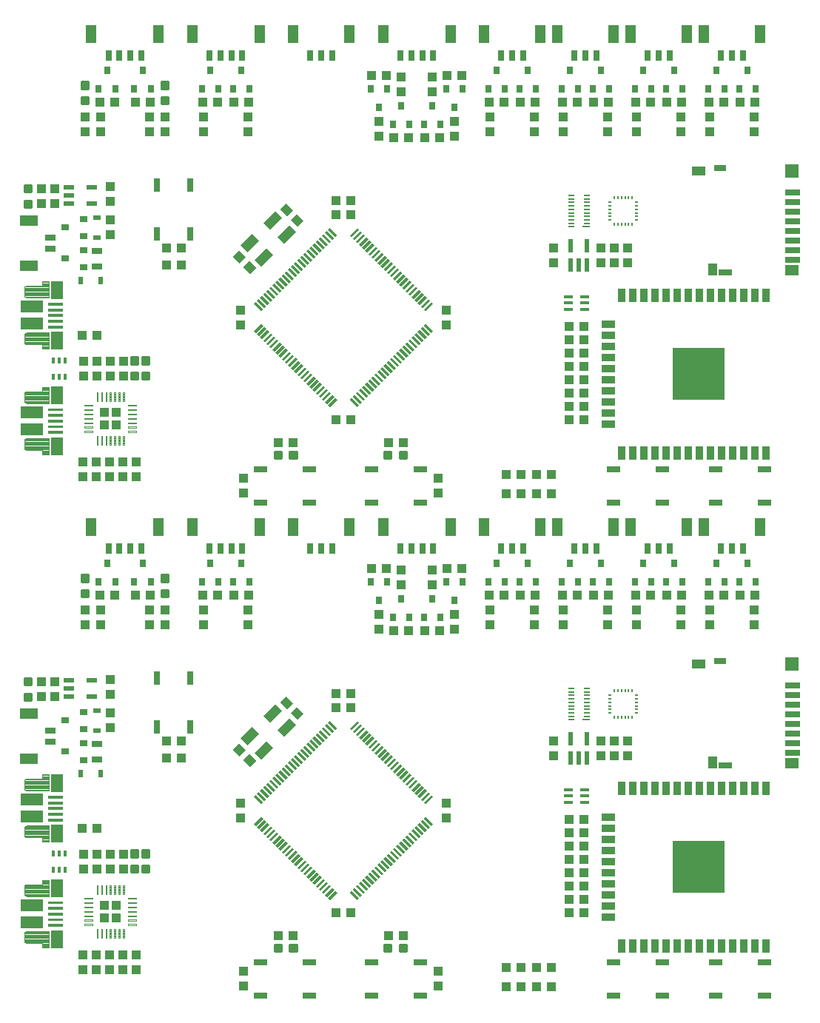
<source format=gtp>
G75*
%MOIN*%
%OFA0B0*%
%FSLAX25Y25*%
%IPPOS*%
%LPD*%
%AMOC8*
5,1,8,0,0,1.08239X$1,22.5*
%
%ADD10R,0.04331X0.03937*%
%ADD11R,0.05748X0.07874*%
%ADD12R,0.09843X0.05610*%
%ADD13C,0.00400*%
%ADD14C,0.00197*%
%ADD15R,0.06890X0.02756*%
%ADD16R,0.05906X0.05906*%
%ADD17R,0.05906X0.05118*%
%ADD18R,0.05906X0.03150*%
%ADD19R,0.05512X0.03150*%
%ADD20R,0.03937X0.05709*%
%ADD21R,0.06102X0.03937*%
%ADD22R,0.01181X0.02598*%
%ADD23R,0.01181X0.04724*%
%ADD24R,0.03543X0.05906*%
%ADD25R,0.05906X0.03543*%
%ADD26R,0.23622X0.23622*%
%ADD27R,0.00984X0.01772*%
%ADD28R,0.01772X0.00984*%
%ADD29R,0.03937X0.04331*%
%ADD30R,0.02200X0.06200*%
%ADD31R,0.03150X0.03543*%
%ADD32R,0.03150X0.04724*%
%ADD33R,0.05118X0.08465*%
%ADD34R,0.04724X0.02165*%
%ADD35R,0.03000X0.06000*%
%ADD36R,0.06000X0.03000*%
%ADD37C,0.01181*%
%ADD38R,0.04724X0.03150*%
%ADD39R,0.08465X0.05118*%
%ADD40R,0.03543X0.03150*%
%ADD41R,0.02480X0.03268*%
%ADD42R,0.03268X0.02480*%
%ADD43R,0.03937X0.01181*%
%ADD44R,0.03937X0.01378*%
%ADD45R,0.03150X0.00787*%
%ADD46R,0.03543X0.00787*%
%ADD47C,0.00492*%
%ADD48R,0.03937X0.03937*%
%ADD49R,0.07480X0.04331*%
D10*
X0073404Y0107500D03*
X0080096Y0107500D03*
X0111404Y0139250D03*
X0118096Y0139250D03*
X0118096Y0146750D03*
X0111404Y0146750D03*
G36*
X0144525Y0139877D02*
X0141464Y0142938D01*
X0144247Y0145721D01*
X0147308Y0142660D01*
X0144525Y0139877D01*
G37*
G36*
X0149258Y0135144D02*
X0146197Y0138205D01*
X0148980Y0140988D01*
X0152041Y0137927D01*
X0149258Y0135144D01*
G37*
G36*
X0170193Y0162201D02*
X0173254Y0159140D01*
X0170471Y0156357D01*
X0167410Y0159418D01*
X0170193Y0162201D01*
G37*
G36*
X0165460Y0166934D02*
X0168521Y0163873D01*
X0165738Y0161090D01*
X0162677Y0164151D01*
X0165460Y0166934D01*
G37*
X0187904Y0168000D03*
X0187904Y0161800D03*
X0194596Y0161800D03*
X0194596Y0168000D03*
X0213904Y0196500D03*
X0220596Y0196500D03*
X0227904Y0196500D03*
X0234596Y0196500D03*
X0256904Y0212500D03*
X0263596Y0212500D03*
X0270904Y0212500D03*
X0277596Y0212500D03*
X0289904Y0212500D03*
X0296596Y0212500D03*
X0303904Y0212500D03*
X0310596Y0212500D03*
X0322904Y0212500D03*
X0329596Y0212500D03*
X0336904Y0212500D03*
X0343596Y0212500D03*
X0355904Y0212500D03*
X0362596Y0212500D03*
X0369904Y0212500D03*
X0376596Y0212500D03*
X0299596Y0291500D03*
X0299596Y0297500D03*
X0299596Y0303500D03*
X0292904Y0303500D03*
X0292904Y0297500D03*
X0292904Y0291500D03*
X0292904Y0309500D03*
X0292904Y0315500D03*
X0292904Y0321500D03*
X0292904Y0327500D03*
X0292904Y0333500D03*
X0299596Y0333500D03*
X0299596Y0327500D03*
X0299596Y0321500D03*
X0299596Y0315500D03*
X0299596Y0309500D03*
X0284846Y0266750D03*
X0278154Y0266750D03*
X0271346Y0266750D03*
X0264654Y0266750D03*
X0264654Y0258250D03*
X0271346Y0258250D03*
X0278154Y0258250D03*
X0284846Y0258250D03*
X0244596Y0224500D03*
X0237904Y0224500D03*
X0210596Y0224500D03*
X0203904Y0224500D03*
X0148596Y0212500D03*
X0141904Y0212500D03*
X0134596Y0212500D03*
X0127904Y0212500D03*
X0104096Y0212500D03*
X0097404Y0212500D03*
X0088096Y0212500D03*
X0081404Y0212500D03*
X0161904Y0281000D03*
X0168596Y0281000D03*
X0187904Y0291500D03*
X0194596Y0291500D03*
X0211404Y0281000D03*
X0218096Y0281000D03*
G36*
X0149258Y0357144D02*
X0146197Y0360205D01*
X0148980Y0362988D01*
X0152041Y0359927D01*
X0149258Y0357144D01*
G37*
G36*
X0144525Y0361877D02*
X0141464Y0364938D01*
X0144247Y0367721D01*
X0147308Y0364660D01*
X0144525Y0361877D01*
G37*
X0118096Y0361250D03*
X0118096Y0368750D03*
X0111404Y0368750D03*
X0111404Y0361250D03*
X0080096Y0329500D03*
X0073404Y0329500D03*
G36*
X0165460Y0388934D02*
X0168521Y0385873D01*
X0165738Y0383090D01*
X0162677Y0386151D01*
X0165460Y0388934D01*
G37*
G36*
X0170193Y0384201D02*
X0173254Y0381140D01*
X0170471Y0378357D01*
X0167410Y0381418D01*
X0170193Y0384201D01*
G37*
X0187904Y0383800D03*
X0194596Y0383800D03*
X0194596Y0390000D03*
X0187904Y0390000D03*
X0213904Y0418500D03*
X0220596Y0418500D03*
X0227904Y0418500D03*
X0234596Y0418500D03*
X0256904Y0434500D03*
X0263596Y0434500D03*
X0270904Y0434500D03*
X0277596Y0434500D03*
X0289904Y0434500D03*
X0296596Y0434500D03*
X0303904Y0434500D03*
X0310596Y0434500D03*
X0322904Y0434500D03*
X0329596Y0434500D03*
X0336904Y0434500D03*
X0343596Y0434500D03*
X0355904Y0434500D03*
X0362596Y0434500D03*
X0369904Y0434500D03*
X0376596Y0434500D03*
X0244596Y0446500D03*
X0237904Y0446500D03*
X0210596Y0446500D03*
X0203904Y0446500D03*
X0148596Y0434500D03*
X0141904Y0434500D03*
X0134596Y0434500D03*
X0127904Y0434500D03*
X0104096Y0434500D03*
X0097404Y0434500D03*
X0088096Y0434500D03*
X0081404Y0434500D03*
X0292904Y0111500D03*
X0292904Y0105500D03*
X0299596Y0105500D03*
X0299596Y0111500D03*
X0299596Y0099500D03*
X0299596Y0093500D03*
X0299596Y0087500D03*
X0299596Y0081500D03*
X0299596Y0075500D03*
X0292904Y0075500D03*
X0292904Y0081500D03*
X0292904Y0087500D03*
X0292904Y0093500D03*
X0292904Y0099500D03*
X0292904Y0069500D03*
X0299596Y0069500D03*
X0284846Y0044750D03*
X0278154Y0044750D03*
X0271346Y0044750D03*
X0271346Y0036250D03*
X0278154Y0036250D03*
X0284846Y0036250D03*
X0264654Y0036250D03*
X0264654Y0044750D03*
X0218096Y0059000D03*
X0211404Y0059000D03*
X0194596Y0069500D03*
X0187904Y0069500D03*
X0168596Y0059000D03*
X0161904Y0059000D03*
D11*
X0062333Y0057583D03*
X0062333Y0080417D03*
X0062333Y0105083D03*
X0062333Y0127917D03*
X0062333Y0279583D03*
X0062333Y0302417D03*
X0062333Y0327083D03*
X0062333Y0349917D03*
D12*
X0050719Y0342289D03*
X0050719Y0334711D03*
X0050719Y0294789D03*
X0050719Y0287211D03*
X0050719Y0120289D03*
X0050719Y0112711D03*
X0050719Y0072789D03*
X0050719Y0065211D03*
D13*
X0055590Y0053794D02*
X0058690Y0053794D01*
X0058690Y0061194D01*
X0048690Y0061194D01*
X0048401Y0061161D01*
X0048126Y0061065D01*
X0047880Y0060910D01*
X0047674Y0060704D01*
X0047519Y0060458D01*
X0047423Y0060183D01*
X0047390Y0059894D01*
X0047390Y0056994D01*
X0047420Y0056727D01*
X0047509Y0056473D01*
X0047652Y0056246D01*
X0047842Y0056055D01*
X0048070Y0055913D01*
X0048323Y0055824D01*
X0048590Y0055794D01*
X0055490Y0055794D01*
X0055528Y0055786D01*
X0055561Y0055764D01*
X0055583Y0055732D01*
X0055590Y0055694D01*
X0055590Y0053794D01*
X0055590Y0054005D02*
X0058690Y0054005D01*
X0058690Y0054403D02*
X0055590Y0054403D01*
X0055590Y0054802D02*
X0058690Y0054802D01*
X0058690Y0055200D02*
X0055590Y0055200D01*
X0055590Y0055599D02*
X0058690Y0055599D01*
X0058690Y0055997D02*
X0047935Y0055997D01*
X0047558Y0056396D02*
X0058690Y0056396D01*
X0058690Y0056794D02*
X0047413Y0056794D01*
X0047390Y0057193D02*
X0058690Y0057193D01*
X0058690Y0057591D02*
X0047390Y0057591D01*
X0047390Y0057990D02*
X0058690Y0057990D01*
X0058690Y0058388D02*
X0047390Y0058388D01*
X0047390Y0058787D02*
X0058690Y0058787D01*
X0058690Y0059185D02*
X0047390Y0059185D01*
X0047390Y0059584D02*
X0058690Y0059584D01*
X0058690Y0059982D02*
X0047400Y0059982D01*
X0047492Y0060381D02*
X0058690Y0060381D01*
X0058690Y0060779D02*
X0047749Y0060779D01*
X0048550Y0061178D02*
X0058690Y0061178D01*
X0058690Y0076857D02*
X0048690Y0076857D01*
X0048401Y0076889D01*
X0048126Y0076986D01*
X0047880Y0077140D01*
X0047674Y0077346D01*
X0047519Y0077593D01*
X0047423Y0077868D01*
X0047390Y0078157D01*
X0047390Y0081057D01*
X0047420Y0081324D01*
X0047509Y0081577D01*
X0047652Y0081805D01*
X0047842Y0081995D01*
X0048070Y0082138D01*
X0048323Y0082227D01*
X0048590Y0082257D01*
X0055490Y0082257D01*
X0055528Y0082264D01*
X0055561Y0082286D01*
X0055583Y0082319D01*
X0055590Y0082357D01*
X0055590Y0084257D01*
X0058690Y0084257D01*
X0058690Y0076857D01*
X0058690Y0077118D02*
X0047915Y0077118D01*
X0047567Y0077517D02*
X0058690Y0077517D01*
X0058690Y0077915D02*
X0047417Y0077915D01*
X0047390Y0078314D02*
X0058690Y0078314D01*
X0058690Y0078712D02*
X0047390Y0078712D01*
X0047390Y0079111D02*
X0058690Y0079111D01*
X0058690Y0079509D02*
X0047390Y0079509D01*
X0047390Y0079908D02*
X0058690Y0079908D01*
X0058690Y0080306D02*
X0047390Y0080306D01*
X0047390Y0080705D02*
X0058690Y0080705D01*
X0058690Y0081103D02*
X0047395Y0081103D01*
X0047483Y0081502D02*
X0058690Y0081502D01*
X0058690Y0081901D02*
X0047747Y0081901D01*
X0055569Y0082299D02*
X0058690Y0082299D01*
X0058690Y0082698D02*
X0055590Y0082698D01*
X0055590Y0083096D02*
X0058690Y0083096D01*
X0058690Y0083495D02*
X0055590Y0083495D01*
X0055590Y0083893D02*
X0058690Y0083893D01*
X0058690Y0101294D02*
X0055590Y0101294D01*
X0055590Y0103194D01*
X0055583Y0103232D01*
X0055561Y0103264D01*
X0055528Y0103286D01*
X0055490Y0103294D01*
X0048590Y0103294D01*
X0048323Y0103324D01*
X0048070Y0103413D01*
X0047842Y0103555D01*
X0047652Y0103746D01*
X0047509Y0103973D01*
X0047420Y0104227D01*
X0047390Y0104494D01*
X0047390Y0107394D01*
X0047423Y0107683D01*
X0047519Y0107958D01*
X0047674Y0108204D01*
X0047880Y0108410D01*
X0048126Y0108565D01*
X0048401Y0108661D01*
X0048690Y0108694D01*
X0058690Y0108694D01*
X0058690Y0101294D01*
X0058690Y0101428D02*
X0055590Y0101428D01*
X0055590Y0101826D02*
X0058690Y0101826D01*
X0058690Y0102225D02*
X0055590Y0102225D01*
X0055590Y0102623D02*
X0058690Y0102623D01*
X0058690Y0103022D02*
X0055590Y0103022D01*
X0058690Y0103420D02*
X0048057Y0103420D01*
X0047606Y0103819D02*
X0058690Y0103819D01*
X0058690Y0104217D02*
X0047424Y0104217D01*
X0047390Y0104616D02*
X0058690Y0104616D01*
X0058690Y0105014D02*
X0047390Y0105014D01*
X0047390Y0105413D02*
X0058690Y0105413D01*
X0058690Y0105811D02*
X0047390Y0105811D01*
X0047390Y0106210D02*
X0058690Y0106210D01*
X0058690Y0106608D02*
X0047390Y0106608D01*
X0047390Y0107007D02*
X0058690Y0107007D01*
X0058690Y0107405D02*
X0047391Y0107405D01*
X0047465Y0107804D02*
X0058690Y0107804D01*
X0058690Y0108202D02*
X0047673Y0108202D01*
X0048228Y0108601D02*
X0058690Y0108601D01*
X0058690Y0124357D02*
X0048690Y0124357D01*
X0048401Y0124389D01*
X0048126Y0124486D01*
X0047880Y0124640D01*
X0047674Y0124846D01*
X0047519Y0125093D01*
X0047423Y0125368D01*
X0047390Y0125657D01*
X0047390Y0128557D01*
X0047420Y0128824D01*
X0047509Y0129077D01*
X0047652Y0129305D01*
X0047842Y0129495D01*
X0048070Y0129638D01*
X0048323Y0129727D01*
X0048590Y0129757D01*
X0055490Y0129757D01*
X0055528Y0129764D01*
X0055561Y0129786D01*
X0055583Y0129819D01*
X0055590Y0129857D01*
X0055590Y0131757D01*
X0058690Y0131757D01*
X0058690Y0124357D01*
X0058690Y0124541D02*
X0048038Y0124541D01*
X0047615Y0124940D02*
X0058690Y0124940D01*
X0058690Y0125338D02*
X0047433Y0125338D01*
X0047390Y0125737D02*
X0058690Y0125737D01*
X0058690Y0126135D02*
X0047390Y0126135D01*
X0047390Y0126534D02*
X0058690Y0126534D01*
X0058690Y0126932D02*
X0047390Y0126932D01*
X0047390Y0127331D02*
X0058690Y0127331D01*
X0058690Y0127729D02*
X0047390Y0127729D01*
X0047390Y0128128D02*
X0058690Y0128128D01*
X0058690Y0128526D02*
X0047390Y0128526D01*
X0047456Y0128925D02*
X0058690Y0128925D01*
X0058690Y0129323D02*
X0047670Y0129323D01*
X0048309Y0129722D02*
X0058690Y0129722D01*
X0058690Y0130120D02*
X0055590Y0130120D01*
X0055590Y0130519D02*
X0058690Y0130519D01*
X0058690Y0130917D02*
X0055590Y0130917D01*
X0055590Y0131316D02*
X0058690Y0131316D01*
X0058690Y0131714D02*
X0055590Y0131714D01*
X0055590Y0275794D02*
X0058690Y0275794D01*
X0058690Y0283194D01*
X0048690Y0283194D01*
X0048401Y0283161D01*
X0048126Y0283065D01*
X0047880Y0282910D01*
X0047674Y0282704D01*
X0047519Y0282458D01*
X0047423Y0282183D01*
X0047390Y0281894D01*
X0047390Y0278994D01*
X0047420Y0278727D01*
X0047509Y0278473D01*
X0047652Y0278246D01*
X0047842Y0278055D01*
X0048070Y0277913D01*
X0048323Y0277824D01*
X0048590Y0277794D01*
X0055490Y0277794D01*
X0055528Y0277786D01*
X0055561Y0277764D01*
X0055583Y0277732D01*
X0055590Y0277694D01*
X0055590Y0275794D01*
X0055590Y0275976D02*
X0058690Y0275976D01*
X0058690Y0276374D02*
X0055590Y0276374D01*
X0055590Y0276773D02*
X0058690Y0276773D01*
X0058690Y0277171D02*
X0055590Y0277171D01*
X0055590Y0277570D02*
X0058690Y0277570D01*
X0058690Y0277968D02*
X0047981Y0277968D01*
X0047576Y0278367D02*
X0058690Y0278367D01*
X0058690Y0278765D02*
X0047416Y0278765D01*
X0047390Y0279164D02*
X0058690Y0279164D01*
X0058690Y0279562D02*
X0047390Y0279562D01*
X0047390Y0279961D02*
X0058690Y0279961D01*
X0058690Y0280359D02*
X0047390Y0280359D01*
X0047390Y0280758D02*
X0058690Y0280758D01*
X0058690Y0281156D02*
X0047390Y0281156D01*
X0047390Y0281555D02*
X0058690Y0281555D01*
X0058690Y0281953D02*
X0047397Y0281953D01*
X0047482Y0282352D02*
X0058690Y0282352D01*
X0058690Y0282750D02*
X0047720Y0282750D01*
X0048366Y0283149D02*
X0058690Y0283149D01*
X0058690Y0298857D02*
X0048690Y0298857D01*
X0048401Y0298889D01*
X0048126Y0298986D01*
X0047880Y0299140D01*
X0047674Y0299346D01*
X0047519Y0299593D01*
X0047423Y0299868D01*
X0047390Y0300157D01*
X0047390Y0303057D01*
X0047420Y0303324D01*
X0047509Y0303577D01*
X0047652Y0303805D01*
X0047842Y0303995D01*
X0048070Y0304138D01*
X0048323Y0304227D01*
X0048590Y0304257D01*
X0055490Y0304257D01*
X0055528Y0304264D01*
X0055561Y0304286D01*
X0055583Y0304319D01*
X0055590Y0304357D01*
X0055590Y0306257D01*
X0058690Y0306257D01*
X0058690Y0298857D01*
X0058690Y0299089D02*
X0047961Y0299089D01*
X0047585Y0299488D02*
X0058690Y0299488D01*
X0058690Y0299886D02*
X0047421Y0299886D01*
X0047390Y0300285D02*
X0058690Y0300285D01*
X0058690Y0300683D02*
X0047390Y0300683D01*
X0047390Y0301082D02*
X0058690Y0301082D01*
X0058690Y0301480D02*
X0047390Y0301480D01*
X0047390Y0301879D02*
X0058690Y0301879D01*
X0058690Y0302277D02*
X0047390Y0302277D01*
X0047390Y0302676D02*
X0058690Y0302676D01*
X0058690Y0303074D02*
X0047392Y0303074D01*
X0047472Y0303473D02*
X0058690Y0303473D01*
X0058690Y0303871D02*
X0047718Y0303871D01*
X0055536Y0304270D02*
X0058690Y0304270D01*
X0058690Y0304668D02*
X0055590Y0304668D01*
X0055590Y0305067D02*
X0058690Y0305067D01*
X0058690Y0305465D02*
X0055590Y0305465D01*
X0055590Y0305864D02*
X0058690Y0305864D01*
X0058690Y0323294D02*
X0055590Y0323294D01*
X0055590Y0325194D01*
X0055583Y0325232D01*
X0055561Y0325264D01*
X0055528Y0325286D01*
X0055490Y0325294D01*
X0048590Y0325294D01*
X0048323Y0325324D01*
X0048070Y0325413D01*
X0047842Y0325555D01*
X0047652Y0325746D01*
X0047509Y0325973D01*
X0047420Y0326227D01*
X0047390Y0326494D01*
X0047390Y0329394D01*
X0047423Y0329683D01*
X0047519Y0329958D01*
X0047674Y0330204D01*
X0047880Y0330410D01*
X0048126Y0330565D01*
X0048401Y0330661D01*
X0048690Y0330694D01*
X0058690Y0330694D01*
X0058690Y0323294D01*
X0058690Y0323398D02*
X0055590Y0323398D01*
X0055590Y0323797D02*
X0058690Y0323797D01*
X0058690Y0324195D02*
X0055590Y0324195D01*
X0055590Y0324594D02*
X0058690Y0324594D01*
X0058690Y0324992D02*
X0055590Y0324992D01*
X0058690Y0325391D02*
X0048131Y0325391D01*
X0047624Y0325789D02*
X0058690Y0325789D01*
X0058690Y0326188D02*
X0047434Y0326188D01*
X0047390Y0326586D02*
X0058690Y0326586D01*
X0058690Y0326985D02*
X0047390Y0326985D01*
X0047390Y0327383D02*
X0058690Y0327383D01*
X0058690Y0327782D02*
X0047390Y0327782D01*
X0047390Y0328181D02*
X0058690Y0328181D01*
X0058690Y0328579D02*
X0047390Y0328579D01*
X0047390Y0328978D02*
X0058690Y0328978D01*
X0058690Y0329376D02*
X0047390Y0329376D01*
X0047455Y0329775D02*
X0058690Y0329775D01*
X0058690Y0330173D02*
X0047654Y0330173D01*
X0048145Y0330572D02*
X0058690Y0330572D01*
X0058690Y0346357D02*
X0048690Y0346357D01*
X0048401Y0346389D01*
X0048126Y0346486D01*
X0047880Y0346640D01*
X0047674Y0346846D01*
X0047519Y0347093D01*
X0047423Y0347368D01*
X0047390Y0347657D01*
X0047390Y0350557D01*
X0047420Y0350824D01*
X0047509Y0351077D01*
X0047652Y0351305D01*
X0047842Y0351495D01*
X0048070Y0351638D01*
X0048323Y0351727D01*
X0048590Y0351757D01*
X0055490Y0351757D01*
X0055528Y0351764D01*
X0055561Y0351786D01*
X0055583Y0351819D01*
X0055590Y0351857D01*
X0055590Y0353757D01*
X0058690Y0353757D01*
X0058690Y0346357D01*
X0058690Y0346512D02*
X0048084Y0346512D01*
X0047633Y0346911D02*
X0058690Y0346911D01*
X0058690Y0347309D02*
X0047443Y0347309D01*
X0047390Y0347708D02*
X0058690Y0347708D01*
X0058690Y0348106D02*
X0047390Y0348106D01*
X0047390Y0348505D02*
X0058690Y0348505D01*
X0058690Y0348903D02*
X0047390Y0348903D01*
X0047390Y0349302D02*
X0058690Y0349302D01*
X0058690Y0349700D02*
X0047390Y0349700D01*
X0047390Y0350099D02*
X0058690Y0350099D01*
X0058690Y0350497D02*
X0047390Y0350497D01*
X0047445Y0350896D02*
X0058690Y0350896D01*
X0058690Y0351294D02*
X0047645Y0351294D01*
X0048226Y0351693D02*
X0058690Y0351693D01*
X0058690Y0352091D02*
X0055590Y0352091D01*
X0055590Y0352490D02*
X0058690Y0352490D01*
X0058690Y0352888D02*
X0055590Y0352888D01*
X0055590Y0353287D02*
X0058690Y0353287D01*
X0058690Y0353685D02*
X0055590Y0353685D01*
D14*
X0058077Y0344110D02*
X0064475Y0344110D01*
X0064475Y0343126D01*
X0058077Y0343126D01*
X0058077Y0344110D01*
X0058077Y0344009D02*
X0064475Y0344009D01*
X0064475Y0343814D02*
X0058077Y0343814D01*
X0058077Y0343618D02*
X0064475Y0343618D01*
X0064475Y0343423D02*
X0058077Y0343423D01*
X0058077Y0343228D02*
X0064475Y0343228D01*
X0064475Y0341551D02*
X0058077Y0341551D01*
X0058077Y0340567D01*
X0064475Y0340567D01*
X0064475Y0341551D01*
X0064475Y0341469D02*
X0058077Y0341469D01*
X0058077Y0341274D02*
X0064475Y0341274D01*
X0064475Y0341079D02*
X0058077Y0341079D01*
X0058077Y0340883D02*
X0064475Y0340883D01*
X0064475Y0340688D02*
X0058077Y0340688D01*
X0058077Y0338992D02*
X0064475Y0338992D01*
X0064475Y0338008D01*
X0058077Y0338008D01*
X0058077Y0338992D01*
X0058077Y0338930D02*
X0064475Y0338930D01*
X0064475Y0338734D02*
X0058077Y0338734D01*
X0058077Y0338539D02*
X0064475Y0338539D01*
X0064475Y0338344D02*
X0058077Y0338344D01*
X0058077Y0338148D02*
X0064475Y0338148D01*
X0064475Y0336433D02*
X0058077Y0336433D01*
X0058077Y0335449D01*
X0064475Y0335449D01*
X0064475Y0336433D01*
X0064475Y0336390D02*
X0058077Y0336390D01*
X0058077Y0336195D02*
X0064475Y0336195D01*
X0064475Y0335999D02*
X0058077Y0335999D01*
X0058077Y0335804D02*
X0064475Y0335804D01*
X0064475Y0335609D02*
X0058077Y0335609D01*
X0058077Y0333874D02*
X0064475Y0333874D01*
X0064475Y0332890D01*
X0058077Y0332890D01*
X0058077Y0333874D01*
X0058077Y0333850D02*
X0064475Y0333850D01*
X0064475Y0333655D02*
X0058077Y0333655D01*
X0058077Y0333460D02*
X0064475Y0333460D01*
X0064475Y0333264D02*
X0058077Y0333264D01*
X0058077Y0333069D02*
X0064475Y0333069D01*
X0064475Y0296610D02*
X0058077Y0296610D01*
X0058077Y0295626D01*
X0064475Y0295626D01*
X0064475Y0296610D01*
X0064475Y0296536D02*
X0058077Y0296536D01*
X0058077Y0296341D02*
X0064475Y0296341D01*
X0064475Y0296146D02*
X0058077Y0296146D01*
X0058077Y0295950D02*
X0064475Y0295950D01*
X0064475Y0295755D02*
X0058077Y0295755D01*
X0058077Y0294051D02*
X0064475Y0294051D01*
X0064475Y0293067D01*
X0058077Y0293067D01*
X0058077Y0294051D01*
X0058077Y0293997D02*
X0064475Y0293997D01*
X0064475Y0293801D02*
X0058077Y0293801D01*
X0058077Y0293606D02*
X0064475Y0293606D01*
X0064475Y0293410D02*
X0058077Y0293410D01*
X0058077Y0293215D02*
X0064475Y0293215D01*
X0064475Y0291492D02*
X0058077Y0291492D01*
X0058077Y0290508D01*
X0064475Y0290508D01*
X0064475Y0291492D01*
X0064475Y0291457D02*
X0058077Y0291457D01*
X0058077Y0291262D02*
X0064475Y0291262D01*
X0064475Y0291066D02*
X0058077Y0291066D01*
X0058077Y0290871D02*
X0064475Y0290871D01*
X0064475Y0290675D02*
X0058077Y0290675D01*
X0058077Y0288933D02*
X0064475Y0288933D01*
X0064475Y0287949D01*
X0058077Y0287949D01*
X0058077Y0288933D01*
X0058077Y0288917D02*
X0064475Y0288917D01*
X0064475Y0288722D02*
X0058077Y0288722D01*
X0058077Y0288526D02*
X0064475Y0288526D01*
X0064475Y0288331D02*
X0058077Y0288331D01*
X0058077Y0288136D02*
X0064475Y0288136D01*
X0064475Y0286374D02*
X0058077Y0286374D01*
X0058077Y0285390D01*
X0064475Y0285390D01*
X0064475Y0286374D01*
X0064475Y0286182D02*
X0058077Y0286182D01*
X0058077Y0285987D02*
X0064475Y0285987D01*
X0064475Y0285791D02*
X0058077Y0285791D01*
X0058077Y0285596D02*
X0064475Y0285596D01*
X0064475Y0285401D02*
X0058077Y0285401D01*
X0058077Y0122110D02*
X0064475Y0122110D01*
X0064475Y0121126D01*
X0058077Y0121126D01*
X0058077Y0122110D01*
X0058077Y0122078D02*
X0064475Y0122078D01*
X0064475Y0121883D02*
X0058077Y0121883D01*
X0058077Y0121688D02*
X0064475Y0121688D01*
X0064475Y0121492D02*
X0058077Y0121492D01*
X0058077Y0121297D02*
X0064475Y0121297D01*
X0064475Y0119551D02*
X0058077Y0119551D01*
X0058077Y0118567D01*
X0064475Y0118567D01*
X0064475Y0119551D01*
X0064475Y0119539D02*
X0058077Y0119539D01*
X0058077Y0119343D02*
X0064475Y0119343D01*
X0064475Y0119148D02*
X0058077Y0119148D01*
X0058077Y0118952D02*
X0064475Y0118952D01*
X0064475Y0118757D02*
X0058077Y0118757D01*
X0058077Y0116992D02*
X0064475Y0116992D01*
X0064475Y0116008D01*
X0058077Y0116008D01*
X0058077Y0116992D01*
X0058077Y0116803D02*
X0064475Y0116803D01*
X0064475Y0116608D02*
X0058077Y0116608D01*
X0058077Y0116413D02*
X0064475Y0116413D01*
X0064475Y0116217D02*
X0058077Y0116217D01*
X0058077Y0116022D02*
X0064475Y0116022D01*
X0064475Y0114433D02*
X0058077Y0114433D01*
X0058077Y0113449D01*
X0064475Y0113449D01*
X0064475Y0114433D01*
X0064475Y0114264D02*
X0058077Y0114264D01*
X0058077Y0114068D02*
X0064475Y0114068D01*
X0064475Y0113873D02*
X0058077Y0113873D01*
X0058077Y0113678D02*
X0064475Y0113678D01*
X0064475Y0113482D02*
X0058077Y0113482D01*
X0058077Y0111874D02*
X0064475Y0111874D01*
X0064475Y0110890D01*
X0058077Y0110890D01*
X0058077Y0111874D01*
X0058077Y0111724D02*
X0064475Y0111724D01*
X0064475Y0111529D02*
X0058077Y0111529D01*
X0058077Y0111333D02*
X0064475Y0111333D01*
X0064475Y0111138D02*
X0058077Y0111138D01*
X0058077Y0110943D02*
X0064475Y0110943D01*
X0064475Y0074610D02*
X0058077Y0074610D01*
X0058077Y0073626D01*
X0064475Y0073626D01*
X0064475Y0074610D01*
X0064475Y0074605D02*
X0058077Y0074605D01*
X0058077Y0074410D02*
X0064475Y0074410D01*
X0064475Y0074215D02*
X0058077Y0074215D01*
X0058077Y0074019D02*
X0064475Y0074019D01*
X0064475Y0073824D02*
X0058077Y0073824D01*
X0058077Y0073629D02*
X0064475Y0073629D01*
X0064475Y0072051D02*
X0058077Y0072051D01*
X0058077Y0071067D01*
X0064475Y0071067D01*
X0064475Y0072051D01*
X0064475Y0071870D02*
X0058077Y0071870D01*
X0058077Y0071675D02*
X0064475Y0071675D01*
X0064475Y0071480D02*
X0058077Y0071480D01*
X0058077Y0071284D02*
X0064475Y0071284D01*
X0064475Y0071089D02*
X0058077Y0071089D01*
X0058077Y0069492D02*
X0064475Y0069492D01*
X0064475Y0068508D01*
X0058077Y0068508D01*
X0058077Y0069492D01*
X0058077Y0069331D02*
X0064475Y0069331D01*
X0064475Y0069135D02*
X0058077Y0069135D01*
X0058077Y0068940D02*
X0064475Y0068940D01*
X0064475Y0068745D02*
X0058077Y0068745D01*
X0058077Y0068549D02*
X0064475Y0068549D01*
X0064475Y0066933D02*
X0058077Y0066933D01*
X0058077Y0065949D01*
X0064475Y0065949D01*
X0064475Y0066933D01*
X0064475Y0066791D02*
X0058077Y0066791D01*
X0058077Y0066596D02*
X0064475Y0066596D01*
X0064475Y0066400D02*
X0058077Y0066400D01*
X0058077Y0066205D02*
X0064475Y0066205D01*
X0064475Y0066009D02*
X0058077Y0066009D01*
X0058077Y0064374D02*
X0064475Y0064374D01*
X0064475Y0063390D01*
X0058077Y0063390D01*
X0058077Y0064374D01*
X0058077Y0064251D02*
X0064475Y0064251D01*
X0064475Y0064056D02*
X0058077Y0064056D01*
X0058077Y0063860D02*
X0064475Y0063860D01*
X0064475Y0063665D02*
X0058077Y0063665D01*
X0058077Y0063470D02*
X0064475Y0063470D01*
D15*
X0393695Y0141500D03*
X0393695Y0145831D03*
X0393695Y0150161D03*
X0393695Y0154492D03*
X0393695Y0158823D03*
X0393695Y0163154D03*
X0393695Y0167484D03*
X0393695Y0171815D03*
X0393695Y0363500D03*
X0393695Y0367831D03*
X0393695Y0372161D03*
X0393695Y0376492D03*
X0393695Y0380823D03*
X0393695Y0385154D03*
X0393695Y0389484D03*
X0393695Y0393815D03*
D16*
X0393203Y0403461D03*
X0393203Y0181461D03*
D17*
X0393203Y0136776D03*
X0393203Y0358776D03*
D18*
X0363281Y0357693D03*
X0363281Y0135693D03*
D19*
X0360722Y0182740D03*
X0360722Y0404740D03*
D20*
X0357376Y0359071D03*
X0357376Y0137071D03*
D21*
X0351175Y0181461D03*
X0351175Y0403461D03*
D22*
X0065809Y0318122D03*
X0063250Y0318122D03*
X0060691Y0318122D03*
X0060691Y0310878D03*
X0063250Y0310878D03*
X0065809Y0310878D03*
X0065809Y0096122D03*
X0063250Y0096122D03*
X0060691Y0096122D03*
X0060691Y0088878D03*
X0063250Y0088878D03*
X0065809Y0088878D03*
D23*
G36*
X0151720Y0108591D02*
X0150885Y0109426D01*
X0154224Y0112765D01*
X0155059Y0111930D01*
X0151720Y0108591D01*
G37*
G36*
X0153112Y0107199D02*
X0152277Y0108034D01*
X0155616Y0111373D01*
X0156451Y0110538D01*
X0153112Y0107199D01*
G37*
G36*
X0154503Y0105807D02*
X0153668Y0106642D01*
X0157007Y0109981D01*
X0157842Y0109146D01*
X0154503Y0105807D01*
G37*
G36*
X0155895Y0104415D02*
X0155060Y0105250D01*
X0158399Y0108589D01*
X0159234Y0107754D01*
X0155895Y0104415D01*
G37*
G36*
X0157287Y0103023D02*
X0156452Y0103858D01*
X0159791Y0107197D01*
X0160626Y0106362D01*
X0157287Y0103023D01*
G37*
G36*
X0158679Y0101631D02*
X0157844Y0102466D01*
X0161183Y0105805D01*
X0162018Y0104970D01*
X0158679Y0101631D01*
G37*
G36*
X0160071Y0100240D02*
X0159236Y0101075D01*
X0162575Y0104414D01*
X0163410Y0103579D01*
X0160071Y0100240D01*
G37*
G36*
X0161463Y0098848D02*
X0160628Y0099683D01*
X0163967Y0103022D01*
X0164802Y0102187D01*
X0161463Y0098848D01*
G37*
G36*
X0162855Y0097456D02*
X0162020Y0098291D01*
X0165359Y0101630D01*
X0166194Y0100795D01*
X0162855Y0097456D01*
G37*
G36*
X0164247Y0096064D02*
X0163412Y0096899D01*
X0166751Y0100238D01*
X0167586Y0099403D01*
X0164247Y0096064D01*
G37*
G36*
X0165639Y0094672D02*
X0164804Y0095507D01*
X0168143Y0098846D01*
X0168978Y0098011D01*
X0165639Y0094672D01*
G37*
G36*
X0167031Y0093280D02*
X0166196Y0094115D01*
X0169535Y0097454D01*
X0170370Y0096619D01*
X0167031Y0093280D01*
G37*
G36*
X0168423Y0091888D02*
X0167588Y0092723D01*
X0170927Y0096062D01*
X0171762Y0095227D01*
X0168423Y0091888D01*
G37*
G36*
X0169815Y0090496D02*
X0168980Y0091331D01*
X0172319Y0094670D01*
X0173154Y0093835D01*
X0169815Y0090496D01*
G37*
G36*
X0171207Y0089104D02*
X0170372Y0089939D01*
X0173711Y0093278D01*
X0174546Y0092443D01*
X0171207Y0089104D01*
G37*
G36*
X0172599Y0087712D02*
X0171764Y0088547D01*
X0175103Y0091886D01*
X0175938Y0091051D01*
X0172599Y0087712D01*
G37*
G36*
X0173991Y0086320D02*
X0173156Y0087155D01*
X0176495Y0090494D01*
X0177330Y0089659D01*
X0173991Y0086320D01*
G37*
G36*
X0175383Y0084928D02*
X0174548Y0085763D01*
X0177887Y0089102D01*
X0178722Y0088267D01*
X0175383Y0084928D01*
G37*
G36*
X0176775Y0083536D02*
X0175940Y0084371D01*
X0179279Y0087710D01*
X0180114Y0086875D01*
X0176775Y0083536D01*
G37*
G36*
X0178166Y0082144D02*
X0177331Y0082979D01*
X0180670Y0086318D01*
X0181505Y0085483D01*
X0178166Y0082144D01*
G37*
G36*
X0179558Y0080752D02*
X0178723Y0081587D01*
X0182062Y0084926D01*
X0182897Y0084091D01*
X0179558Y0080752D01*
G37*
G36*
X0180950Y0079360D02*
X0180115Y0080195D01*
X0183454Y0083534D01*
X0184289Y0082699D01*
X0180950Y0079360D01*
G37*
G36*
X0182342Y0077968D02*
X0181507Y0078803D01*
X0184846Y0082142D01*
X0185681Y0081307D01*
X0182342Y0077968D01*
G37*
G36*
X0183734Y0076577D02*
X0182899Y0077412D01*
X0186238Y0080751D01*
X0187073Y0079916D01*
X0183734Y0076577D01*
G37*
G36*
X0185126Y0075185D02*
X0184291Y0076020D01*
X0187630Y0079359D01*
X0188465Y0078524D01*
X0185126Y0075185D01*
G37*
G36*
X0198209Y0076020D02*
X0197374Y0075185D01*
X0194035Y0078524D01*
X0194870Y0079359D01*
X0198209Y0076020D01*
G37*
G36*
X0199601Y0077412D02*
X0198766Y0076577D01*
X0195427Y0079916D01*
X0196262Y0080751D01*
X0199601Y0077412D01*
G37*
G36*
X0200993Y0078803D02*
X0200158Y0077968D01*
X0196819Y0081307D01*
X0197654Y0082142D01*
X0200993Y0078803D01*
G37*
G36*
X0202385Y0080195D02*
X0201550Y0079360D01*
X0198211Y0082699D01*
X0199046Y0083534D01*
X0202385Y0080195D01*
G37*
G36*
X0203777Y0081587D02*
X0202942Y0080752D01*
X0199603Y0084091D01*
X0200438Y0084926D01*
X0203777Y0081587D01*
G37*
G36*
X0205169Y0082979D02*
X0204334Y0082144D01*
X0200995Y0085483D01*
X0201830Y0086318D01*
X0205169Y0082979D01*
G37*
G36*
X0206560Y0084371D02*
X0205725Y0083536D01*
X0202386Y0086875D01*
X0203221Y0087710D01*
X0206560Y0084371D01*
G37*
G36*
X0207952Y0085763D02*
X0207117Y0084928D01*
X0203778Y0088267D01*
X0204613Y0089102D01*
X0207952Y0085763D01*
G37*
G36*
X0209344Y0087155D02*
X0208509Y0086320D01*
X0205170Y0089659D01*
X0206005Y0090494D01*
X0209344Y0087155D01*
G37*
G36*
X0210736Y0088547D02*
X0209901Y0087712D01*
X0206562Y0091051D01*
X0207397Y0091886D01*
X0210736Y0088547D01*
G37*
G36*
X0212128Y0089939D02*
X0211293Y0089104D01*
X0207954Y0092443D01*
X0208789Y0093278D01*
X0212128Y0089939D01*
G37*
G36*
X0213520Y0091331D02*
X0212685Y0090496D01*
X0209346Y0093835D01*
X0210181Y0094670D01*
X0213520Y0091331D01*
G37*
G36*
X0214912Y0092723D02*
X0214077Y0091888D01*
X0210738Y0095227D01*
X0211573Y0096062D01*
X0214912Y0092723D01*
G37*
G36*
X0216304Y0094115D02*
X0215469Y0093280D01*
X0212130Y0096619D01*
X0212965Y0097454D01*
X0216304Y0094115D01*
G37*
G36*
X0217696Y0095507D02*
X0216861Y0094672D01*
X0213522Y0098011D01*
X0214357Y0098846D01*
X0217696Y0095507D01*
G37*
G36*
X0219088Y0096899D02*
X0218253Y0096064D01*
X0214914Y0099403D01*
X0215749Y0100238D01*
X0219088Y0096899D01*
G37*
G36*
X0220480Y0098291D02*
X0219645Y0097456D01*
X0216306Y0100795D01*
X0217141Y0101630D01*
X0220480Y0098291D01*
G37*
G36*
X0221872Y0099683D02*
X0221037Y0098848D01*
X0217698Y0102187D01*
X0218533Y0103022D01*
X0221872Y0099683D01*
G37*
G36*
X0223264Y0101075D02*
X0222429Y0100240D01*
X0219090Y0103579D01*
X0219925Y0104414D01*
X0223264Y0101075D01*
G37*
G36*
X0224656Y0102466D02*
X0223821Y0101631D01*
X0220482Y0104970D01*
X0221317Y0105805D01*
X0224656Y0102466D01*
G37*
G36*
X0226048Y0103858D02*
X0225213Y0103023D01*
X0221874Y0106362D01*
X0222709Y0107197D01*
X0226048Y0103858D01*
G37*
G36*
X0227440Y0105250D02*
X0226605Y0104415D01*
X0223266Y0107754D01*
X0224101Y0108589D01*
X0227440Y0105250D01*
G37*
G36*
X0228832Y0106642D02*
X0227997Y0105807D01*
X0224658Y0109146D01*
X0225493Y0109981D01*
X0228832Y0106642D01*
G37*
G36*
X0230223Y0108034D02*
X0229388Y0107199D01*
X0226049Y0110538D01*
X0226884Y0111373D01*
X0230223Y0108034D01*
G37*
G36*
X0231615Y0109426D02*
X0230780Y0108591D01*
X0227441Y0111930D01*
X0228276Y0112765D01*
X0231615Y0109426D01*
G37*
G36*
X0230780Y0122509D02*
X0231615Y0121674D01*
X0228276Y0118335D01*
X0227441Y0119170D01*
X0230780Y0122509D01*
G37*
G36*
X0229388Y0123901D02*
X0230223Y0123066D01*
X0226884Y0119727D01*
X0226049Y0120562D01*
X0229388Y0123901D01*
G37*
G36*
X0227997Y0125293D02*
X0228832Y0124458D01*
X0225493Y0121119D01*
X0224658Y0121954D01*
X0227997Y0125293D01*
G37*
G36*
X0226605Y0126685D02*
X0227440Y0125850D01*
X0224101Y0122511D01*
X0223266Y0123346D01*
X0226605Y0126685D01*
G37*
G36*
X0225213Y0128077D02*
X0226048Y0127242D01*
X0222709Y0123903D01*
X0221874Y0124738D01*
X0225213Y0128077D01*
G37*
G36*
X0223821Y0129469D02*
X0224656Y0128634D01*
X0221317Y0125295D01*
X0220482Y0126130D01*
X0223821Y0129469D01*
G37*
G36*
X0222429Y0130860D02*
X0223264Y0130025D01*
X0219925Y0126686D01*
X0219090Y0127521D01*
X0222429Y0130860D01*
G37*
G36*
X0221037Y0132252D02*
X0221872Y0131417D01*
X0218533Y0128078D01*
X0217698Y0128913D01*
X0221037Y0132252D01*
G37*
G36*
X0219645Y0133644D02*
X0220480Y0132809D01*
X0217141Y0129470D01*
X0216306Y0130305D01*
X0219645Y0133644D01*
G37*
G36*
X0218253Y0135036D02*
X0219088Y0134201D01*
X0215749Y0130862D01*
X0214914Y0131697D01*
X0218253Y0135036D01*
G37*
G36*
X0216861Y0136428D02*
X0217696Y0135593D01*
X0214357Y0132254D01*
X0213522Y0133089D01*
X0216861Y0136428D01*
G37*
G36*
X0215469Y0137820D02*
X0216304Y0136985D01*
X0212965Y0133646D01*
X0212130Y0134481D01*
X0215469Y0137820D01*
G37*
G36*
X0214077Y0139212D02*
X0214912Y0138377D01*
X0211573Y0135038D01*
X0210738Y0135873D01*
X0214077Y0139212D01*
G37*
G36*
X0212685Y0140604D02*
X0213520Y0139769D01*
X0210181Y0136430D01*
X0209346Y0137265D01*
X0212685Y0140604D01*
G37*
G36*
X0211293Y0141996D02*
X0212128Y0141161D01*
X0208789Y0137822D01*
X0207954Y0138657D01*
X0211293Y0141996D01*
G37*
G36*
X0209901Y0143388D02*
X0210736Y0142553D01*
X0207397Y0139214D01*
X0206562Y0140049D01*
X0209901Y0143388D01*
G37*
G36*
X0208509Y0144780D02*
X0209344Y0143945D01*
X0206005Y0140606D01*
X0205170Y0141441D01*
X0208509Y0144780D01*
G37*
G36*
X0207117Y0146172D02*
X0207952Y0145337D01*
X0204613Y0141998D01*
X0203778Y0142833D01*
X0207117Y0146172D01*
G37*
G36*
X0205725Y0147564D02*
X0206560Y0146729D01*
X0203221Y0143390D01*
X0202386Y0144225D01*
X0205725Y0147564D01*
G37*
G36*
X0204334Y0148956D02*
X0205169Y0148121D01*
X0201830Y0144782D01*
X0200995Y0145617D01*
X0204334Y0148956D01*
G37*
G36*
X0202942Y0150348D02*
X0203777Y0149513D01*
X0200438Y0146174D01*
X0199603Y0147009D01*
X0202942Y0150348D01*
G37*
G36*
X0201550Y0151740D02*
X0202385Y0150905D01*
X0199046Y0147566D01*
X0198211Y0148401D01*
X0201550Y0151740D01*
G37*
G36*
X0200158Y0153132D02*
X0200993Y0152297D01*
X0197654Y0148958D01*
X0196819Y0149793D01*
X0200158Y0153132D01*
G37*
G36*
X0198766Y0154523D02*
X0199601Y0153688D01*
X0196262Y0150349D01*
X0195427Y0151184D01*
X0198766Y0154523D01*
G37*
G36*
X0197374Y0155915D02*
X0198209Y0155080D01*
X0194870Y0151741D01*
X0194035Y0152576D01*
X0197374Y0155915D01*
G37*
G36*
X0184291Y0155080D02*
X0185126Y0155915D01*
X0188465Y0152576D01*
X0187630Y0151741D01*
X0184291Y0155080D01*
G37*
G36*
X0182899Y0153688D02*
X0183734Y0154523D01*
X0187073Y0151184D01*
X0186238Y0150349D01*
X0182899Y0153688D01*
G37*
G36*
X0181507Y0152297D02*
X0182342Y0153132D01*
X0185681Y0149793D01*
X0184846Y0148958D01*
X0181507Y0152297D01*
G37*
G36*
X0180115Y0150905D02*
X0180950Y0151740D01*
X0184289Y0148401D01*
X0183454Y0147566D01*
X0180115Y0150905D01*
G37*
G36*
X0178723Y0149513D02*
X0179558Y0150348D01*
X0182897Y0147009D01*
X0182062Y0146174D01*
X0178723Y0149513D01*
G37*
G36*
X0177331Y0148121D02*
X0178166Y0148956D01*
X0181505Y0145617D01*
X0180670Y0144782D01*
X0177331Y0148121D01*
G37*
G36*
X0175940Y0146729D02*
X0176775Y0147564D01*
X0180114Y0144225D01*
X0179279Y0143390D01*
X0175940Y0146729D01*
G37*
G36*
X0174548Y0145337D02*
X0175383Y0146172D01*
X0178722Y0142833D01*
X0177887Y0141998D01*
X0174548Y0145337D01*
G37*
G36*
X0173156Y0143945D02*
X0173991Y0144780D01*
X0177330Y0141441D01*
X0176495Y0140606D01*
X0173156Y0143945D01*
G37*
G36*
X0171764Y0142553D02*
X0172599Y0143388D01*
X0175938Y0140049D01*
X0175103Y0139214D01*
X0171764Y0142553D01*
G37*
G36*
X0170372Y0141161D02*
X0171207Y0141996D01*
X0174546Y0138657D01*
X0173711Y0137822D01*
X0170372Y0141161D01*
G37*
G36*
X0168980Y0139769D02*
X0169815Y0140604D01*
X0173154Y0137265D01*
X0172319Y0136430D01*
X0168980Y0139769D01*
G37*
G36*
X0167588Y0138377D02*
X0168423Y0139212D01*
X0171762Y0135873D01*
X0170927Y0135038D01*
X0167588Y0138377D01*
G37*
G36*
X0166196Y0136985D02*
X0167031Y0137820D01*
X0170370Y0134481D01*
X0169535Y0133646D01*
X0166196Y0136985D01*
G37*
G36*
X0164804Y0135593D02*
X0165639Y0136428D01*
X0168978Y0133089D01*
X0168143Y0132254D01*
X0164804Y0135593D01*
G37*
G36*
X0163412Y0134201D02*
X0164247Y0135036D01*
X0167586Y0131697D01*
X0166751Y0130862D01*
X0163412Y0134201D01*
G37*
G36*
X0162020Y0132809D02*
X0162855Y0133644D01*
X0166194Y0130305D01*
X0165359Y0129470D01*
X0162020Y0132809D01*
G37*
G36*
X0160628Y0131417D02*
X0161463Y0132252D01*
X0164802Y0128913D01*
X0163967Y0128078D01*
X0160628Y0131417D01*
G37*
G36*
X0159236Y0130025D02*
X0160071Y0130860D01*
X0163410Y0127521D01*
X0162575Y0126686D01*
X0159236Y0130025D01*
G37*
G36*
X0157844Y0128634D02*
X0158679Y0129469D01*
X0162018Y0126130D01*
X0161183Y0125295D01*
X0157844Y0128634D01*
G37*
G36*
X0156452Y0127242D02*
X0157287Y0128077D01*
X0160626Y0124738D01*
X0159791Y0123903D01*
X0156452Y0127242D01*
G37*
G36*
X0155060Y0125850D02*
X0155895Y0126685D01*
X0159234Y0123346D01*
X0158399Y0122511D01*
X0155060Y0125850D01*
G37*
G36*
X0153668Y0124458D02*
X0154503Y0125293D01*
X0157842Y0121954D01*
X0157007Y0121119D01*
X0153668Y0124458D01*
G37*
G36*
X0152277Y0123066D02*
X0153112Y0123901D01*
X0156451Y0120562D01*
X0155616Y0119727D01*
X0152277Y0123066D01*
G37*
G36*
X0150885Y0121674D02*
X0151720Y0122509D01*
X0155059Y0119170D01*
X0154224Y0118335D01*
X0150885Y0121674D01*
G37*
G36*
X0185126Y0297185D02*
X0184291Y0298020D01*
X0187630Y0301359D01*
X0188465Y0300524D01*
X0185126Y0297185D01*
G37*
G36*
X0183734Y0298577D02*
X0182899Y0299412D01*
X0186238Y0302751D01*
X0187073Y0301916D01*
X0183734Y0298577D01*
G37*
G36*
X0182342Y0299968D02*
X0181507Y0300803D01*
X0184846Y0304142D01*
X0185681Y0303307D01*
X0182342Y0299968D01*
G37*
G36*
X0180950Y0301360D02*
X0180115Y0302195D01*
X0183454Y0305534D01*
X0184289Y0304699D01*
X0180950Y0301360D01*
G37*
G36*
X0179558Y0302752D02*
X0178723Y0303587D01*
X0182062Y0306926D01*
X0182897Y0306091D01*
X0179558Y0302752D01*
G37*
G36*
X0178166Y0304144D02*
X0177331Y0304979D01*
X0180670Y0308318D01*
X0181505Y0307483D01*
X0178166Y0304144D01*
G37*
G36*
X0176775Y0305536D02*
X0175940Y0306371D01*
X0179279Y0309710D01*
X0180114Y0308875D01*
X0176775Y0305536D01*
G37*
G36*
X0175383Y0306928D02*
X0174548Y0307763D01*
X0177887Y0311102D01*
X0178722Y0310267D01*
X0175383Y0306928D01*
G37*
G36*
X0173991Y0308320D02*
X0173156Y0309155D01*
X0176495Y0312494D01*
X0177330Y0311659D01*
X0173991Y0308320D01*
G37*
G36*
X0172599Y0309712D02*
X0171764Y0310547D01*
X0175103Y0313886D01*
X0175938Y0313051D01*
X0172599Y0309712D01*
G37*
G36*
X0171207Y0311104D02*
X0170372Y0311939D01*
X0173711Y0315278D01*
X0174546Y0314443D01*
X0171207Y0311104D01*
G37*
G36*
X0169815Y0312496D02*
X0168980Y0313331D01*
X0172319Y0316670D01*
X0173154Y0315835D01*
X0169815Y0312496D01*
G37*
G36*
X0168423Y0313888D02*
X0167588Y0314723D01*
X0170927Y0318062D01*
X0171762Y0317227D01*
X0168423Y0313888D01*
G37*
G36*
X0167031Y0315280D02*
X0166196Y0316115D01*
X0169535Y0319454D01*
X0170370Y0318619D01*
X0167031Y0315280D01*
G37*
G36*
X0165639Y0316672D02*
X0164804Y0317507D01*
X0168143Y0320846D01*
X0168978Y0320011D01*
X0165639Y0316672D01*
G37*
G36*
X0164247Y0318064D02*
X0163412Y0318899D01*
X0166751Y0322238D01*
X0167586Y0321403D01*
X0164247Y0318064D01*
G37*
G36*
X0162855Y0319456D02*
X0162020Y0320291D01*
X0165359Y0323630D01*
X0166194Y0322795D01*
X0162855Y0319456D01*
G37*
G36*
X0161463Y0320848D02*
X0160628Y0321683D01*
X0163967Y0325022D01*
X0164802Y0324187D01*
X0161463Y0320848D01*
G37*
G36*
X0160071Y0322240D02*
X0159236Y0323075D01*
X0162575Y0326414D01*
X0163410Y0325579D01*
X0160071Y0322240D01*
G37*
G36*
X0158679Y0323631D02*
X0157844Y0324466D01*
X0161183Y0327805D01*
X0162018Y0326970D01*
X0158679Y0323631D01*
G37*
G36*
X0157287Y0325023D02*
X0156452Y0325858D01*
X0159791Y0329197D01*
X0160626Y0328362D01*
X0157287Y0325023D01*
G37*
G36*
X0155895Y0326415D02*
X0155060Y0327250D01*
X0158399Y0330589D01*
X0159234Y0329754D01*
X0155895Y0326415D01*
G37*
G36*
X0154503Y0327807D02*
X0153668Y0328642D01*
X0157007Y0331981D01*
X0157842Y0331146D01*
X0154503Y0327807D01*
G37*
G36*
X0153112Y0329199D02*
X0152277Y0330034D01*
X0155616Y0333373D01*
X0156451Y0332538D01*
X0153112Y0329199D01*
G37*
G36*
X0151720Y0330591D02*
X0150885Y0331426D01*
X0154224Y0334765D01*
X0155059Y0333930D01*
X0151720Y0330591D01*
G37*
G36*
X0150885Y0343674D02*
X0151720Y0344509D01*
X0155059Y0341170D01*
X0154224Y0340335D01*
X0150885Y0343674D01*
G37*
G36*
X0152277Y0345066D02*
X0153112Y0345901D01*
X0156451Y0342562D01*
X0155616Y0341727D01*
X0152277Y0345066D01*
G37*
G36*
X0153668Y0346458D02*
X0154503Y0347293D01*
X0157842Y0343954D01*
X0157007Y0343119D01*
X0153668Y0346458D01*
G37*
G36*
X0155060Y0347850D02*
X0155895Y0348685D01*
X0159234Y0345346D01*
X0158399Y0344511D01*
X0155060Y0347850D01*
G37*
G36*
X0156452Y0349242D02*
X0157287Y0350077D01*
X0160626Y0346738D01*
X0159791Y0345903D01*
X0156452Y0349242D01*
G37*
G36*
X0157844Y0350634D02*
X0158679Y0351469D01*
X0162018Y0348130D01*
X0161183Y0347295D01*
X0157844Y0350634D01*
G37*
G36*
X0159236Y0352025D02*
X0160071Y0352860D01*
X0163410Y0349521D01*
X0162575Y0348686D01*
X0159236Y0352025D01*
G37*
G36*
X0160628Y0353417D02*
X0161463Y0354252D01*
X0164802Y0350913D01*
X0163967Y0350078D01*
X0160628Y0353417D01*
G37*
G36*
X0162020Y0354809D02*
X0162855Y0355644D01*
X0166194Y0352305D01*
X0165359Y0351470D01*
X0162020Y0354809D01*
G37*
G36*
X0163412Y0356201D02*
X0164247Y0357036D01*
X0167586Y0353697D01*
X0166751Y0352862D01*
X0163412Y0356201D01*
G37*
G36*
X0164804Y0357593D02*
X0165639Y0358428D01*
X0168978Y0355089D01*
X0168143Y0354254D01*
X0164804Y0357593D01*
G37*
G36*
X0166196Y0358985D02*
X0167031Y0359820D01*
X0170370Y0356481D01*
X0169535Y0355646D01*
X0166196Y0358985D01*
G37*
G36*
X0167588Y0360377D02*
X0168423Y0361212D01*
X0171762Y0357873D01*
X0170927Y0357038D01*
X0167588Y0360377D01*
G37*
G36*
X0168980Y0361769D02*
X0169815Y0362604D01*
X0173154Y0359265D01*
X0172319Y0358430D01*
X0168980Y0361769D01*
G37*
G36*
X0170372Y0363161D02*
X0171207Y0363996D01*
X0174546Y0360657D01*
X0173711Y0359822D01*
X0170372Y0363161D01*
G37*
G36*
X0171764Y0364553D02*
X0172599Y0365388D01*
X0175938Y0362049D01*
X0175103Y0361214D01*
X0171764Y0364553D01*
G37*
G36*
X0173156Y0365945D02*
X0173991Y0366780D01*
X0177330Y0363441D01*
X0176495Y0362606D01*
X0173156Y0365945D01*
G37*
G36*
X0174548Y0367337D02*
X0175383Y0368172D01*
X0178722Y0364833D01*
X0177887Y0363998D01*
X0174548Y0367337D01*
G37*
G36*
X0175940Y0368729D02*
X0176775Y0369564D01*
X0180114Y0366225D01*
X0179279Y0365390D01*
X0175940Y0368729D01*
G37*
G36*
X0177331Y0370121D02*
X0178166Y0370956D01*
X0181505Y0367617D01*
X0180670Y0366782D01*
X0177331Y0370121D01*
G37*
G36*
X0178723Y0371513D02*
X0179558Y0372348D01*
X0182897Y0369009D01*
X0182062Y0368174D01*
X0178723Y0371513D01*
G37*
G36*
X0180115Y0372905D02*
X0180950Y0373740D01*
X0184289Y0370401D01*
X0183454Y0369566D01*
X0180115Y0372905D01*
G37*
G36*
X0181507Y0374297D02*
X0182342Y0375132D01*
X0185681Y0371793D01*
X0184846Y0370958D01*
X0181507Y0374297D01*
G37*
G36*
X0182899Y0375688D02*
X0183734Y0376523D01*
X0187073Y0373184D01*
X0186238Y0372349D01*
X0182899Y0375688D01*
G37*
G36*
X0184291Y0377080D02*
X0185126Y0377915D01*
X0188465Y0374576D01*
X0187630Y0373741D01*
X0184291Y0377080D01*
G37*
G36*
X0197374Y0377915D02*
X0198209Y0377080D01*
X0194870Y0373741D01*
X0194035Y0374576D01*
X0197374Y0377915D01*
G37*
G36*
X0198766Y0376523D02*
X0199601Y0375688D01*
X0196262Y0372349D01*
X0195427Y0373184D01*
X0198766Y0376523D01*
G37*
G36*
X0200158Y0375132D02*
X0200993Y0374297D01*
X0197654Y0370958D01*
X0196819Y0371793D01*
X0200158Y0375132D01*
G37*
G36*
X0201550Y0373740D02*
X0202385Y0372905D01*
X0199046Y0369566D01*
X0198211Y0370401D01*
X0201550Y0373740D01*
G37*
G36*
X0202942Y0372348D02*
X0203777Y0371513D01*
X0200438Y0368174D01*
X0199603Y0369009D01*
X0202942Y0372348D01*
G37*
G36*
X0204334Y0370956D02*
X0205169Y0370121D01*
X0201830Y0366782D01*
X0200995Y0367617D01*
X0204334Y0370956D01*
G37*
G36*
X0205725Y0369564D02*
X0206560Y0368729D01*
X0203221Y0365390D01*
X0202386Y0366225D01*
X0205725Y0369564D01*
G37*
G36*
X0207117Y0368172D02*
X0207952Y0367337D01*
X0204613Y0363998D01*
X0203778Y0364833D01*
X0207117Y0368172D01*
G37*
G36*
X0208509Y0366780D02*
X0209344Y0365945D01*
X0206005Y0362606D01*
X0205170Y0363441D01*
X0208509Y0366780D01*
G37*
G36*
X0209901Y0365388D02*
X0210736Y0364553D01*
X0207397Y0361214D01*
X0206562Y0362049D01*
X0209901Y0365388D01*
G37*
G36*
X0211293Y0363996D02*
X0212128Y0363161D01*
X0208789Y0359822D01*
X0207954Y0360657D01*
X0211293Y0363996D01*
G37*
G36*
X0212685Y0362604D02*
X0213520Y0361769D01*
X0210181Y0358430D01*
X0209346Y0359265D01*
X0212685Y0362604D01*
G37*
G36*
X0214077Y0361212D02*
X0214912Y0360377D01*
X0211573Y0357038D01*
X0210738Y0357873D01*
X0214077Y0361212D01*
G37*
G36*
X0215469Y0359820D02*
X0216304Y0358985D01*
X0212965Y0355646D01*
X0212130Y0356481D01*
X0215469Y0359820D01*
G37*
G36*
X0216861Y0358428D02*
X0217696Y0357593D01*
X0214357Y0354254D01*
X0213522Y0355089D01*
X0216861Y0358428D01*
G37*
G36*
X0218253Y0357036D02*
X0219088Y0356201D01*
X0215749Y0352862D01*
X0214914Y0353697D01*
X0218253Y0357036D01*
G37*
G36*
X0219645Y0355644D02*
X0220480Y0354809D01*
X0217141Y0351470D01*
X0216306Y0352305D01*
X0219645Y0355644D01*
G37*
G36*
X0221037Y0354252D02*
X0221872Y0353417D01*
X0218533Y0350078D01*
X0217698Y0350913D01*
X0221037Y0354252D01*
G37*
G36*
X0222429Y0352860D02*
X0223264Y0352025D01*
X0219925Y0348686D01*
X0219090Y0349521D01*
X0222429Y0352860D01*
G37*
G36*
X0223821Y0351469D02*
X0224656Y0350634D01*
X0221317Y0347295D01*
X0220482Y0348130D01*
X0223821Y0351469D01*
G37*
G36*
X0225213Y0350077D02*
X0226048Y0349242D01*
X0222709Y0345903D01*
X0221874Y0346738D01*
X0225213Y0350077D01*
G37*
G36*
X0226605Y0348685D02*
X0227440Y0347850D01*
X0224101Y0344511D01*
X0223266Y0345346D01*
X0226605Y0348685D01*
G37*
G36*
X0227997Y0347293D02*
X0228832Y0346458D01*
X0225493Y0343119D01*
X0224658Y0343954D01*
X0227997Y0347293D01*
G37*
G36*
X0229388Y0345901D02*
X0230223Y0345066D01*
X0226884Y0341727D01*
X0226049Y0342562D01*
X0229388Y0345901D01*
G37*
G36*
X0230780Y0344509D02*
X0231615Y0343674D01*
X0228276Y0340335D01*
X0227441Y0341170D01*
X0230780Y0344509D01*
G37*
G36*
X0231615Y0331426D02*
X0230780Y0330591D01*
X0227441Y0333930D01*
X0228276Y0334765D01*
X0231615Y0331426D01*
G37*
G36*
X0230223Y0330034D02*
X0229388Y0329199D01*
X0226049Y0332538D01*
X0226884Y0333373D01*
X0230223Y0330034D01*
G37*
G36*
X0228832Y0328642D02*
X0227997Y0327807D01*
X0224658Y0331146D01*
X0225493Y0331981D01*
X0228832Y0328642D01*
G37*
G36*
X0227440Y0327250D02*
X0226605Y0326415D01*
X0223266Y0329754D01*
X0224101Y0330589D01*
X0227440Y0327250D01*
G37*
G36*
X0226048Y0325858D02*
X0225213Y0325023D01*
X0221874Y0328362D01*
X0222709Y0329197D01*
X0226048Y0325858D01*
G37*
G36*
X0224656Y0324466D02*
X0223821Y0323631D01*
X0220482Y0326970D01*
X0221317Y0327805D01*
X0224656Y0324466D01*
G37*
G36*
X0223264Y0323075D02*
X0222429Y0322240D01*
X0219090Y0325579D01*
X0219925Y0326414D01*
X0223264Y0323075D01*
G37*
G36*
X0221872Y0321683D02*
X0221037Y0320848D01*
X0217698Y0324187D01*
X0218533Y0325022D01*
X0221872Y0321683D01*
G37*
G36*
X0220480Y0320291D02*
X0219645Y0319456D01*
X0216306Y0322795D01*
X0217141Y0323630D01*
X0220480Y0320291D01*
G37*
G36*
X0219088Y0318899D02*
X0218253Y0318064D01*
X0214914Y0321403D01*
X0215749Y0322238D01*
X0219088Y0318899D01*
G37*
G36*
X0217696Y0317507D02*
X0216861Y0316672D01*
X0213522Y0320011D01*
X0214357Y0320846D01*
X0217696Y0317507D01*
G37*
G36*
X0216304Y0316115D02*
X0215469Y0315280D01*
X0212130Y0318619D01*
X0212965Y0319454D01*
X0216304Y0316115D01*
G37*
G36*
X0214912Y0314723D02*
X0214077Y0313888D01*
X0210738Y0317227D01*
X0211573Y0318062D01*
X0214912Y0314723D01*
G37*
G36*
X0213520Y0313331D02*
X0212685Y0312496D01*
X0209346Y0315835D01*
X0210181Y0316670D01*
X0213520Y0313331D01*
G37*
G36*
X0212128Y0311939D02*
X0211293Y0311104D01*
X0207954Y0314443D01*
X0208789Y0315278D01*
X0212128Y0311939D01*
G37*
G36*
X0210736Y0310547D02*
X0209901Y0309712D01*
X0206562Y0313051D01*
X0207397Y0313886D01*
X0210736Y0310547D01*
G37*
G36*
X0209344Y0309155D02*
X0208509Y0308320D01*
X0205170Y0311659D01*
X0206005Y0312494D01*
X0209344Y0309155D01*
G37*
G36*
X0207952Y0307763D02*
X0207117Y0306928D01*
X0203778Y0310267D01*
X0204613Y0311102D01*
X0207952Y0307763D01*
G37*
G36*
X0206560Y0306371D02*
X0205725Y0305536D01*
X0202386Y0308875D01*
X0203221Y0309710D01*
X0206560Y0306371D01*
G37*
G36*
X0205169Y0304979D02*
X0204334Y0304144D01*
X0200995Y0307483D01*
X0201830Y0308318D01*
X0205169Y0304979D01*
G37*
G36*
X0203777Y0303587D02*
X0202942Y0302752D01*
X0199603Y0306091D01*
X0200438Y0306926D01*
X0203777Y0303587D01*
G37*
G36*
X0202385Y0302195D02*
X0201550Y0301360D01*
X0198211Y0304699D01*
X0199046Y0305534D01*
X0202385Y0302195D01*
G37*
G36*
X0200993Y0300803D02*
X0200158Y0299968D01*
X0196819Y0303307D01*
X0197654Y0304142D01*
X0200993Y0300803D01*
G37*
G36*
X0199601Y0299412D02*
X0198766Y0298577D01*
X0195427Y0301916D01*
X0196262Y0302751D01*
X0199601Y0299412D01*
G37*
G36*
X0198209Y0298020D02*
X0197374Y0297185D01*
X0194035Y0300524D01*
X0194870Y0301359D01*
X0198209Y0298020D01*
G37*
D24*
X0316565Y0276567D03*
X0321565Y0276567D03*
X0326565Y0276567D03*
X0331565Y0276567D03*
X0336565Y0276567D03*
X0341565Y0276567D03*
X0346565Y0276567D03*
X0351565Y0276567D03*
X0356565Y0276567D03*
X0361565Y0276567D03*
X0366565Y0276567D03*
X0371565Y0276567D03*
X0376565Y0276567D03*
X0381565Y0276567D03*
X0381565Y0347433D03*
X0376565Y0347433D03*
X0371565Y0347433D03*
X0366565Y0347433D03*
X0361565Y0347433D03*
X0356565Y0347433D03*
X0351565Y0347433D03*
X0346565Y0347433D03*
X0341565Y0347433D03*
X0336565Y0347433D03*
X0331565Y0347433D03*
X0326565Y0347433D03*
X0321565Y0347433D03*
X0316565Y0347433D03*
X0316565Y0125433D03*
X0321565Y0125433D03*
X0326565Y0125433D03*
X0331565Y0125433D03*
X0336565Y0125433D03*
X0341565Y0125433D03*
X0346565Y0125433D03*
X0351565Y0125433D03*
X0356565Y0125433D03*
X0361565Y0125433D03*
X0366565Y0125433D03*
X0371565Y0125433D03*
X0376565Y0125433D03*
X0381565Y0125433D03*
X0381565Y0054567D03*
X0376565Y0054567D03*
X0371565Y0054567D03*
X0366565Y0054567D03*
X0361565Y0054567D03*
X0356565Y0054567D03*
X0351565Y0054567D03*
X0346565Y0054567D03*
X0341565Y0054567D03*
X0336565Y0054567D03*
X0331565Y0054567D03*
X0326565Y0054567D03*
X0321565Y0054567D03*
X0316565Y0054567D03*
D25*
X0310699Y0067500D03*
X0310699Y0072500D03*
X0310699Y0077500D03*
X0310699Y0082500D03*
X0310699Y0087500D03*
X0310699Y0092500D03*
X0310699Y0097500D03*
X0310699Y0102500D03*
X0310699Y0107500D03*
X0310699Y0112500D03*
X0310699Y0289500D03*
X0310699Y0294500D03*
X0310699Y0299500D03*
X0310699Y0304500D03*
X0310699Y0309500D03*
X0310699Y0314500D03*
X0310699Y0319500D03*
X0310699Y0324500D03*
X0310699Y0329500D03*
X0310699Y0334500D03*
D26*
X0351250Y0312000D03*
X0351250Y0090000D03*
D27*
X0321187Y0157494D03*
X0319612Y0157494D03*
X0318037Y0157494D03*
X0316463Y0157494D03*
X0314888Y0157494D03*
X0313313Y0157494D03*
X0313313Y0169306D03*
X0314888Y0169306D03*
X0316463Y0169306D03*
X0318037Y0169306D03*
X0319612Y0169306D03*
X0321187Y0169306D03*
X0321187Y0379494D03*
X0319612Y0379494D03*
X0318037Y0379494D03*
X0316463Y0379494D03*
X0314888Y0379494D03*
X0313313Y0379494D03*
X0313313Y0391306D03*
X0314888Y0391306D03*
X0316463Y0391306D03*
X0318037Y0391306D03*
X0319612Y0391306D03*
X0321187Y0391306D03*
D28*
X0323156Y0389337D03*
X0323156Y0387762D03*
X0323156Y0386187D03*
X0323156Y0384613D03*
X0323156Y0383038D03*
X0323156Y0381463D03*
X0311344Y0381463D03*
X0311344Y0383038D03*
X0311344Y0384613D03*
X0311344Y0386187D03*
X0311344Y0387762D03*
X0311344Y0389337D03*
X0311344Y0167337D03*
X0311344Y0165762D03*
X0311344Y0164187D03*
X0311344Y0162613D03*
X0311344Y0161038D03*
X0311344Y0159463D03*
X0323156Y0159463D03*
X0323156Y0161038D03*
X0323156Y0162613D03*
X0323156Y0164187D03*
X0323156Y0165762D03*
X0323156Y0167337D03*
D29*
X0319250Y0146746D03*
X0319250Y0140054D03*
X0313250Y0140054D03*
X0307250Y0140054D03*
X0307250Y0146746D03*
X0313250Y0146746D03*
X0285750Y0146746D03*
X0285750Y0140054D03*
X0237500Y0118796D03*
X0237500Y0112104D03*
X0233750Y0043096D03*
X0233750Y0036404D03*
X0146250Y0036404D03*
X0146250Y0043096D03*
X0097750Y0043654D03*
X0091750Y0043654D03*
X0085750Y0043654D03*
X0079750Y0043654D03*
X0073750Y0043654D03*
X0073750Y0050346D03*
X0079750Y0050346D03*
X0085750Y0050346D03*
X0091750Y0050346D03*
X0097750Y0050346D03*
X0092250Y0089154D03*
X0086250Y0089154D03*
X0080250Y0089154D03*
X0074250Y0089154D03*
X0074250Y0095846D03*
X0080250Y0095846D03*
X0086250Y0095846D03*
X0092250Y0095846D03*
X0145000Y0112204D03*
X0145000Y0118896D03*
X0086250Y0152654D03*
X0086250Y0159346D03*
X0086250Y0167654D03*
X0086250Y0174346D03*
X0061250Y0173346D03*
X0055250Y0173346D03*
X0055250Y0166654D03*
X0061250Y0166654D03*
X0074750Y0199154D03*
X0081750Y0199154D03*
X0081750Y0205846D03*
X0074750Y0205846D03*
X0103750Y0205846D03*
X0110750Y0205846D03*
X0110750Y0199154D03*
X0103750Y0199154D03*
X0128250Y0199154D03*
X0128250Y0205846D03*
X0148250Y0205846D03*
X0148250Y0199154D03*
X0207250Y0197154D03*
X0207250Y0203846D03*
X0217250Y0217154D03*
X0217250Y0223846D03*
X0231250Y0223846D03*
X0231250Y0217154D03*
X0241250Y0203846D03*
X0241250Y0197154D03*
X0257250Y0199154D03*
X0257250Y0205846D03*
X0277250Y0205846D03*
X0277250Y0199154D03*
X0290250Y0199154D03*
X0290250Y0205846D03*
X0310250Y0205846D03*
X0310250Y0199154D03*
X0323250Y0199154D03*
X0323250Y0205846D03*
X0343250Y0205846D03*
X0343250Y0199154D03*
X0356250Y0199154D03*
X0356250Y0205846D03*
X0376250Y0205846D03*
X0376250Y0199154D03*
X0233750Y0258404D03*
X0233750Y0265096D03*
X0237500Y0334104D03*
X0237500Y0340796D03*
X0285750Y0362054D03*
X0285750Y0368746D03*
X0307250Y0368746D03*
X0313250Y0368746D03*
X0313250Y0362054D03*
X0307250Y0362054D03*
X0319250Y0362054D03*
X0319250Y0368746D03*
X0323250Y0421154D03*
X0323250Y0427846D03*
X0310250Y0427846D03*
X0310250Y0421154D03*
X0290250Y0421154D03*
X0290250Y0427846D03*
X0277250Y0427846D03*
X0277250Y0421154D03*
X0257250Y0421154D03*
X0257250Y0427846D03*
X0241250Y0425846D03*
X0241250Y0419154D03*
X0231250Y0439154D03*
X0231250Y0445846D03*
X0217250Y0445846D03*
X0217250Y0439154D03*
X0207250Y0425846D03*
X0207250Y0419154D03*
X0148250Y0421154D03*
X0148250Y0427846D03*
X0128250Y0427846D03*
X0128250Y0421154D03*
X0110750Y0421154D03*
X0110750Y0427846D03*
X0103750Y0427846D03*
X0103750Y0421154D03*
X0081750Y0421154D03*
X0081750Y0427846D03*
X0074750Y0427846D03*
X0074750Y0421154D03*
X0086250Y0396346D03*
X0086250Y0389654D03*
X0086250Y0381346D03*
X0086250Y0374654D03*
X0061250Y0388654D03*
X0055250Y0388654D03*
X0055250Y0395346D03*
X0061250Y0395346D03*
X0074250Y0317846D03*
X0074250Y0311154D03*
X0080250Y0311154D03*
X0086250Y0311154D03*
X0092250Y0311154D03*
X0092250Y0317846D03*
X0086250Y0317846D03*
X0080250Y0317846D03*
X0079750Y0272346D03*
X0073750Y0272346D03*
X0073750Y0265654D03*
X0079750Y0265654D03*
X0085750Y0265654D03*
X0091750Y0265654D03*
X0097750Y0265654D03*
X0097750Y0272346D03*
X0091750Y0272346D03*
X0085750Y0272346D03*
X0146250Y0265096D03*
X0146250Y0258404D03*
X0145000Y0334204D03*
X0145000Y0340896D03*
X0343250Y0421154D03*
X0343250Y0427846D03*
X0356250Y0427846D03*
X0356250Y0421154D03*
X0376250Y0421154D03*
X0376250Y0427846D03*
D30*
X0300990Y0369700D03*
X0293510Y0369700D03*
X0293510Y0361100D03*
X0297250Y0361100D03*
X0300990Y0361100D03*
X0300990Y0147700D03*
X0293510Y0147700D03*
X0293510Y0139100D03*
X0297250Y0139100D03*
X0300990Y0139100D03*
D31*
X0234990Y0202563D03*
X0227510Y0202563D03*
X0220990Y0202563D03*
X0213510Y0202563D03*
X0217250Y0210831D03*
X0210990Y0218437D03*
X0203510Y0218437D03*
X0207250Y0210169D03*
X0231250Y0210831D03*
X0237510Y0218437D03*
X0241250Y0210169D03*
X0244990Y0218437D03*
X0256510Y0218563D03*
X0263990Y0218563D03*
X0270510Y0218563D03*
X0277990Y0218563D03*
X0274250Y0226831D03*
X0260250Y0226831D03*
X0289510Y0218563D03*
X0296990Y0218563D03*
X0303510Y0218563D03*
X0310990Y0218563D03*
X0307250Y0226831D03*
X0293250Y0226831D03*
X0322510Y0218563D03*
X0329990Y0218563D03*
X0336510Y0218563D03*
X0343990Y0218563D03*
X0340250Y0226831D03*
X0326250Y0226831D03*
X0355510Y0218563D03*
X0362990Y0218563D03*
X0369510Y0218563D03*
X0376990Y0218563D03*
X0373250Y0226831D03*
X0359250Y0226831D03*
X0148990Y0218563D03*
X0141510Y0218563D03*
X0134990Y0218563D03*
X0127510Y0218563D03*
X0131250Y0226831D03*
X0145250Y0226831D03*
X0104490Y0218563D03*
X0097010Y0218563D03*
X0088490Y0218563D03*
X0081010Y0218563D03*
X0084750Y0226831D03*
X0100750Y0226831D03*
X0213510Y0424563D03*
X0220990Y0424563D03*
X0227510Y0424563D03*
X0231250Y0432831D03*
X0234990Y0424563D03*
X0241250Y0432169D03*
X0237510Y0440437D03*
X0244990Y0440437D03*
X0256510Y0440563D03*
X0263990Y0440563D03*
X0270510Y0440563D03*
X0274250Y0448831D03*
X0277990Y0440563D03*
X0289510Y0440563D03*
X0296990Y0440563D03*
X0293250Y0448831D03*
X0303510Y0440563D03*
X0310990Y0440563D03*
X0307250Y0448831D03*
X0322510Y0440563D03*
X0326250Y0448831D03*
X0329990Y0440563D03*
X0336510Y0440563D03*
X0343990Y0440563D03*
X0340250Y0448831D03*
X0355510Y0440563D03*
X0359250Y0448831D03*
X0362990Y0440563D03*
X0369510Y0440563D03*
X0376990Y0440563D03*
X0373250Y0448831D03*
X0260250Y0448831D03*
X0217250Y0432831D03*
X0210990Y0440437D03*
X0203510Y0440437D03*
X0207250Y0432169D03*
X0148990Y0440563D03*
X0145250Y0448831D03*
X0141510Y0440563D03*
X0134990Y0440563D03*
X0131250Y0448831D03*
X0127510Y0440563D03*
X0104490Y0440563D03*
X0097010Y0440563D03*
X0100750Y0448831D03*
X0088490Y0440563D03*
X0081010Y0440563D03*
X0084750Y0448831D03*
D32*
X0085407Y0455500D03*
X0090329Y0455500D03*
X0095250Y0455500D03*
X0100171Y0455500D03*
X0130907Y0455500D03*
X0135829Y0455500D03*
X0140750Y0455500D03*
X0145671Y0455500D03*
X0176329Y0455500D03*
X0181250Y0455500D03*
X0186171Y0455500D03*
X0216907Y0455500D03*
X0221829Y0455500D03*
X0226750Y0455500D03*
X0231671Y0455500D03*
X0262329Y0455500D03*
X0267250Y0455500D03*
X0272171Y0455500D03*
X0295329Y0455500D03*
X0300250Y0455500D03*
X0305171Y0455500D03*
X0328329Y0455500D03*
X0333250Y0455500D03*
X0338171Y0455500D03*
X0361329Y0455500D03*
X0366250Y0455500D03*
X0371171Y0455500D03*
X0371171Y0233500D03*
X0366250Y0233500D03*
X0361329Y0233500D03*
X0338171Y0233500D03*
X0333250Y0233500D03*
X0328329Y0233500D03*
X0305171Y0233500D03*
X0300250Y0233500D03*
X0295329Y0233500D03*
X0272171Y0233500D03*
X0267250Y0233500D03*
X0262329Y0233500D03*
X0231671Y0233500D03*
X0226750Y0233500D03*
X0221829Y0233500D03*
X0216907Y0233500D03*
X0186171Y0233500D03*
X0181250Y0233500D03*
X0176329Y0233500D03*
X0145671Y0233500D03*
X0140750Y0233500D03*
X0135829Y0233500D03*
X0130907Y0233500D03*
X0100171Y0233500D03*
X0095250Y0233500D03*
X0090329Y0233500D03*
X0085407Y0233500D03*
D33*
X0077632Y0243185D03*
X0107947Y0243185D03*
X0123132Y0243185D03*
X0153447Y0243185D03*
X0168553Y0243185D03*
X0193947Y0243185D03*
X0209132Y0243185D03*
X0239447Y0243185D03*
X0254553Y0243185D03*
X0279947Y0243185D03*
X0287553Y0243185D03*
X0312947Y0243185D03*
X0320553Y0243185D03*
X0345947Y0243185D03*
X0353553Y0243185D03*
X0378947Y0243185D03*
X0378947Y0465185D03*
X0353553Y0465185D03*
X0345947Y0465185D03*
X0320553Y0465185D03*
X0312947Y0465185D03*
X0287553Y0465185D03*
X0279947Y0465185D03*
X0254553Y0465185D03*
X0239447Y0465185D03*
X0209132Y0465185D03*
X0193947Y0465185D03*
X0168553Y0465185D03*
X0153447Y0465185D03*
X0123132Y0465185D03*
X0107947Y0465185D03*
X0077632Y0465185D03*
D34*
X0077869Y0396240D03*
X0077869Y0388760D03*
X0067631Y0388760D03*
X0067631Y0392500D03*
X0067631Y0396240D03*
X0067631Y0174240D03*
X0067631Y0170500D03*
X0067631Y0166760D03*
X0077869Y0166760D03*
X0077869Y0174240D03*
D35*
X0107250Y0175250D03*
X0122250Y0175250D03*
X0122250Y0153250D03*
X0107250Y0153250D03*
X0107250Y0375250D03*
X0122250Y0375250D03*
X0122250Y0397250D03*
X0107250Y0397250D03*
D36*
X0154000Y0269250D03*
X0154000Y0254250D03*
X0176000Y0254250D03*
X0176000Y0269250D03*
X0204000Y0269250D03*
X0204000Y0254250D03*
X0226000Y0254250D03*
X0226000Y0269250D03*
X0312750Y0269250D03*
X0312750Y0254250D03*
X0334750Y0254250D03*
X0334750Y0269250D03*
X0359000Y0269250D03*
X0359000Y0254250D03*
X0381000Y0254250D03*
X0381000Y0269250D03*
X0381000Y0047250D03*
X0381000Y0032250D03*
X0359000Y0032250D03*
X0359000Y0047250D03*
X0334750Y0047250D03*
X0334750Y0032250D03*
X0312750Y0032250D03*
X0312750Y0047250D03*
X0226000Y0047250D03*
X0226000Y0032250D03*
X0204000Y0032250D03*
X0204000Y0047250D03*
X0176000Y0047250D03*
X0176000Y0032250D03*
X0154000Y0032250D03*
X0154000Y0047250D03*
D37*
X0160419Y0052122D02*
X0160419Y0054878D01*
X0163175Y0054878D01*
X0163175Y0052122D01*
X0160419Y0052122D01*
X0160419Y0053244D02*
X0163175Y0053244D01*
X0163175Y0054366D02*
X0160419Y0054366D01*
X0167325Y0054878D02*
X0167325Y0052122D01*
X0167325Y0054878D02*
X0170081Y0054878D01*
X0170081Y0052122D01*
X0167325Y0052122D01*
X0167325Y0053244D02*
X0170081Y0053244D01*
X0170081Y0054366D02*
X0167325Y0054366D01*
X0209919Y0054878D02*
X0209919Y0052122D01*
X0209919Y0054878D02*
X0212675Y0054878D01*
X0212675Y0052122D01*
X0209919Y0052122D01*
X0209919Y0053244D02*
X0212675Y0053244D01*
X0212675Y0054366D02*
X0209919Y0054366D01*
X0216825Y0054878D02*
X0216825Y0052122D01*
X0216825Y0054878D02*
X0219581Y0054878D01*
X0219581Y0052122D01*
X0216825Y0052122D01*
X0216825Y0053244D02*
X0219581Y0053244D01*
X0219581Y0054366D02*
X0216825Y0054366D01*
X0103628Y0087669D02*
X0100872Y0087669D01*
X0100872Y0090425D01*
X0103628Y0090425D01*
X0103628Y0087669D01*
X0103628Y0088791D02*
X0100872Y0088791D01*
X0100872Y0089913D02*
X0103628Y0089913D01*
X0103628Y0094575D02*
X0100872Y0094575D01*
X0100872Y0097331D01*
X0103628Y0097331D01*
X0103628Y0094575D01*
X0103628Y0095697D02*
X0100872Y0095697D01*
X0100872Y0096819D02*
X0103628Y0096819D01*
X0098628Y0094575D02*
X0095872Y0094575D01*
X0095872Y0097331D01*
X0098628Y0097331D01*
X0098628Y0094575D01*
X0098628Y0095697D02*
X0095872Y0095697D01*
X0095872Y0096819D02*
X0098628Y0096819D01*
X0098628Y0087669D02*
X0095872Y0087669D01*
X0095872Y0090425D01*
X0098628Y0090425D01*
X0098628Y0087669D01*
X0098628Y0088791D02*
X0095872Y0088791D01*
X0095872Y0089913D02*
X0098628Y0089913D01*
X0050628Y0167925D02*
X0047872Y0167925D01*
X0050628Y0167925D02*
X0050628Y0165169D01*
X0047872Y0165169D01*
X0047872Y0167925D01*
X0047872Y0166291D02*
X0050628Y0166291D01*
X0050628Y0167413D02*
X0047872Y0167413D01*
X0047872Y0174831D02*
X0050628Y0174831D01*
X0050628Y0172075D01*
X0047872Y0172075D01*
X0047872Y0174831D01*
X0047872Y0173197D02*
X0050628Y0173197D01*
X0050628Y0174319D02*
X0047872Y0174319D01*
X0073372Y0214425D02*
X0076128Y0214425D01*
X0076128Y0211669D01*
X0073372Y0211669D01*
X0073372Y0214425D01*
X0073372Y0212791D02*
X0076128Y0212791D01*
X0076128Y0213913D02*
X0073372Y0213913D01*
X0073372Y0221331D02*
X0076128Y0221331D01*
X0076128Y0218575D01*
X0073372Y0218575D01*
X0073372Y0221331D01*
X0073372Y0219697D02*
X0076128Y0219697D01*
X0076128Y0220819D02*
X0073372Y0220819D01*
X0109372Y0221331D02*
X0112128Y0221331D01*
X0112128Y0218575D01*
X0109372Y0218575D01*
X0109372Y0221331D01*
X0109372Y0219697D02*
X0112128Y0219697D01*
X0112128Y0220819D02*
X0109372Y0220819D01*
X0109372Y0214425D02*
X0112128Y0214425D01*
X0112128Y0211669D01*
X0109372Y0211669D01*
X0109372Y0214425D01*
X0109372Y0212791D02*
X0112128Y0212791D01*
X0112128Y0213913D02*
X0109372Y0213913D01*
X0160419Y0274122D02*
X0160419Y0276878D01*
X0163175Y0276878D01*
X0163175Y0274122D01*
X0160419Y0274122D01*
X0160419Y0275244D02*
X0163175Y0275244D01*
X0163175Y0276366D02*
X0160419Y0276366D01*
X0167325Y0276878D02*
X0167325Y0274122D01*
X0167325Y0276878D02*
X0170081Y0276878D01*
X0170081Y0274122D01*
X0167325Y0274122D01*
X0167325Y0275244D02*
X0170081Y0275244D01*
X0170081Y0276366D02*
X0167325Y0276366D01*
X0209919Y0276878D02*
X0209919Y0274122D01*
X0209919Y0276878D02*
X0212675Y0276878D01*
X0212675Y0274122D01*
X0209919Y0274122D01*
X0209919Y0275244D02*
X0212675Y0275244D01*
X0212675Y0276366D02*
X0209919Y0276366D01*
X0216825Y0276878D02*
X0216825Y0274122D01*
X0216825Y0276878D02*
X0219581Y0276878D01*
X0219581Y0274122D01*
X0216825Y0274122D01*
X0216825Y0275244D02*
X0219581Y0275244D01*
X0219581Y0276366D02*
X0216825Y0276366D01*
X0103628Y0309669D02*
X0100872Y0309669D01*
X0100872Y0312425D01*
X0103628Y0312425D01*
X0103628Y0309669D01*
X0103628Y0310791D02*
X0100872Y0310791D01*
X0100872Y0311913D02*
X0103628Y0311913D01*
X0103628Y0316575D02*
X0100872Y0316575D01*
X0100872Y0319331D01*
X0103628Y0319331D01*
X0103628Y0316575D01*
X0103628Y0317697D02*
X0100872Y0317697D01*
X0100872Y0318819D02*
X0103628Y0318819D01*
X0098628Y0316575D02*
X0095872Y0316575D01*
X0095872Y0319331D01*
X0098628Y0319331D01*
X0098628Y0316575D01*
X0098628Y0317697D02*
X0095872Y0317697D01*
X0095872Y0318819D02*
X0098628Y0318819D01*
X0098628Y0309669D02*
X0095872Y0309669D01*
X0095872Y0312425D01*
X0098628Y0312425D01*
X0098628Y0309669D01*
X0098628Y0310791D02*
X0095872Y0310791D01*
X0095872Y0311913D02*
X0098628Y0311913D01*
X0050628Y0389925D02*
X0047872Y0389925D01*
X0050628Y0389925D02*
X0050628Y0387169D01*
X0047872Y0387169D01*
X0047872Y0389925D01*
X0047872Y0388291D02*
X0050628Y0388291D01*
X0050628Y0389413D02*
X0047872Y0389413D01*
X0047872Y0396831D02*
X0050628Y0396831D01*
X0050628Y0394075D01*
X0047872Y0394075D01*
X0047872Y0396831D01*
X0047872Y0395197D02*
X0050628Y0395197D01*
X0050628Y0396319D02*
X0047872Y0396319D01*
X0073372Y0436425D02*
X0076128Y0436425D01*
X0076128Y0433669D01*
X0073372Y0433669D01*
X0073372Y0436425D01*
X0073372Y0434791D02*
X0076128Y0434791D01*
X0076128Y0435913D02*
X0073372Y0435913D01*
X0073372Y0443331D02*
X0076128Y0443331D01*
X0076128Y0440575D01*
X0073372Y0440575D01*
X0073372Y0443331D01*
X0073372Y0441697D02*
X0076128Y0441697D01*
X0076128Y0442819D02*
X0073372Y0442819D01*
X0109372Y0443331D02*
X0112128Y0443331D01*
X0112128Y0440575D01*
X0109372Y0440575D01*
X0109372Y0443331D01*
X0109372Y0441697D02*
X0112128Y0441697D01*
X0112128Y0442819D02*
X0109372Y0442819D01*
X0109372Y0436425D02*
X0112128Y0436425D01*
X0112128Y0433669D01*
X0109372Y0433669D01*
X0109372Y0436425D01*
X0109372Y0434791D02*
X0112128Y0434791D01*
X0112128Y0435913D02*
X0109372Y0435913D01*
D38*
X0059250Y0373421D03*
X0059250Y0368500D03*
X0080250Y0367543D03*
X0080250Y0360457D03*
X0059250Y0151421D03*
X0059250Y0146500D03*
X0080250Y0145543D03*
X0080250Y0138457D03*
D39*
X0049565Y0138724D03*
X0049565Y0159197D03*
X0049565Y0360724D03*
X0049565Y0381197D03*
D40*
X0065919Y0378000D03*
X0074187Y0381740D03*
X0074187Y0374260D03*
X0074187Y0367740D03*
X0074187Y0360260D03*
X0065919Y0364000D03*
X0074187Y0159740D03*
X0065919Y0156000D03*
X0074187Y0152260D03*
X0074187Y0145740D03*
X0065919Y0142000D03*
X0074187Y0138260D03*
D41*
X0072722Y0132000D03*
X0081778Y0132000D03*
X0081778Y0354000D03*
X0072722Y0354000D03*
D42*
X0080250Y0373472D03*
X0080250Y0382528D03*
X0080250Y0160528D03*
X0080250Y0151472D03*
D43*
X0292510Y0122000D03*
X0292510Y0119244D03*
X0299990Y0119244D03*
X0299990Y0122000D03*
X0299990Y0341244D03*
X0299990Y0344000D03*
X0292510Y0344000D03*
X0292510Y0341244D03*
D44*
X0292510Y0346756D03*
X0299990Y0346756D03*
X0299990Y0124756D03*
X0292510Y0124756D03*
D45*
X0293707Y0156313D03*
X0293707Y0157888D03*
X0293707Y0159463D03*
X0293707Y0161038D03*
X0293707Y0162613D03*
X0293707Y0164187D03*
X0293707Y0165762D03*
X0293707Y0167337D03*
X0293707Y0168912D03*
X0293707Y0170487D03*
X0300793Y0170487D03*
X0300793Y0168912D03*
X0300793Y0167337D03*
X0300793Y0165762D03*
X0300793Y0164187D03*
X0300793Y0162613D03*
X0300793Y0161038D03*
X0300793Y0159463D03*
X0300793Y0157888D03*
X0293707Y0378313D03*
X0293707Y0379888D03*
X0293707Y0381463D03*
X0293707Y0383038D03*
X0293707Y0384613D03*
X0293707Y0386187D03*
X0293707Y0387762D03*
X0293707Y0389337D03*
X0293707Y0390912D03*
X0293707Y0392487D03*
X0300793Y0392487D03*
X0300793Y0390912D03*
X0300793Y0389337D03*
X0300793Y0387762D03*
X0300793Y0386187D03*
X0300793Y0384613D03*
X0300793Y0383038D03*
X0300793Y0381463D03*
X0300793Y0379888D03*
D46*
X0300596Y0378313D03*
X0300596Y0156313D03*
D47*
X0098012Y0076152D02*
X0094174Y0076152D01*
X0098012Y0076152D02*
X0098012Y0075660D01*
X0094174Y0075660D01*
X0094174Y0076152D01*
X0094174Y0076127D02*
X0098012Y0076127D01*
X0098012Y0074183D02*
X0094174Y0074183D01*
X0098012Y0074183D02*
X0098012Y0073691D01*
X0094174Y0073691D01*
X0094174Y0074183D01*
X0094174Y0074158D02*
X0098012Y0074158D01*
X0098012Y0072215D02*
X0094174Y0072215D01*
X0098012Y0072215D02*
X0098012Y0071723D01*
X0094174Y0071723D01*
X0094174Y0072215D01*
X0094174Y0072190D02*
X0098012Y0072190D01*
X0098012Y0070246D02*
X0094174Y0070246D01*
X0098012Y0070246D02*
X0098012Y0069754D01*
X0094174Y0069754D01*
X0094174Y0070246D01*
X0094174Y0070221D02*
X0098012Y0070221D01*
X0098012Y0068277D02*
X0094174Y0068277D01*
X0098012Y0068277D02*
X0098012Y0067785D01*
X0094174Y0067785D01*
X0094174Y0068277D01*
X0094174Y0068252D02*
X0098012Y0068252D01*
X0098012Y0066309D02*
X0094174Y0066309D01*
X0098012Y0066309D02*
X0098012Y0065817D01*
X0094174Y0065817D01*
X0094174Y0066309D01*
X0094174Y0066284D02*
X0098012Y0066284D01*
X0098012Y0064340D02*
X0094174Y0064340D01*
X0098012Y0064340D02*
X0098012Y0063848D01*
X0094174Y0063848D01*
X0094174Y0064340D01*
X0094174Y0064315D02*
X0098012Y0064315D01*
X0092402Y0062076D02*
X0092402Y0058238D01*
X0091910Y0058238D01*
X0091910Y0062076D01*
X0092402Y0062076D01*
X0092402Y0058705D02*
X0091910Y0058705D01*
X0091910Y0059172D02*
X0092402Y0059172D01*
X0092402Y0059639D02*
X0091910Y0059639D01*
X0091910Y0060106D02*
X0092402Y0060106D01*
X0092402Y0060573D02*
X0091910Y0060573D01*
X0091910Y0061040D02*
X0092402Y0061040D01*
X0092402Y0061507D02*
X0091910Y0061507D01*
X0091910Y0061974D02*
X0092402Y0061974D01*
X0090433Y0062076D02*
X0090433Y0058238D01*
X0089941Y0058238D01*
X0089941Y0062076D01*
X0090433Y0062076D01*
X0090433Y0058705D02*
X0089941Y0058705D01*
X0089941Y0059172D02*
X0090433Y0059172D01*
X0090433Y0059639D02*
X0089941Y0059639D01*
X0089941Y0060106D02*
X0090433Y0060106D01*
X0090433Y0060573D02*
X0089941Y0060573D01*
X0089941Y0061040D02*
X0090433Y0061040D01*
X0090433Y0061507D02*
X0089941Y0061507D01*
X0089941Y0061974D02*
X0090433Y0061974D01*
X0088465Y0062076D02*
X0088465Y0058238D01*
X0087973Y0058238D01*
X0087973Y0062076D01*
X0088465Y0062076D01*
X0088465Y0058705D02*
X0087973Y0058705D01*
X0087973Y0059172D02*
X0088465Y0059172D01*
X0088465Y0059639D02*
X0087973Y0059639D01*
X0087973Y0060106D02*
X0088465Y0060106D01*
X0088465Y0060573D02*
X0087973Y0060573D01*
X0087973Y0061040D02*
X0088465Y0061040D01*
X0088465Y0061507D02*
X0087973Y0061507D01*
X0087973Y0061974D02*
X0088465Y0061974D01*
X0086496Y0062076D02*
X0086496Y0058238D01*
X0086004Y0058238D01*
X0086004Y0062076D01*
X0086496Y0062076D01*
X0086496Y0058705D02*
X0086004Y0058705D01*
X0086004Y0059172D02*
X0086496Y0059172D01*
X0086496Y0059639D02*
X0086004Y0059639D01*
X0086004Y0060106D02*
X0086496Y0060106D01*
X0086496Y0060573D02*
X0086004Y0060573D01*
X0086004Y0061040D02*
X0086496Y0061040D01*
X0086496Y0061507D02*
X0086004Y0061507D01*
X0086004Y0061974D02*
X0086496Y0061974D01*
X0084527Y0062076D02*
X0084527Y0058238D01*
X0084035Y0058238D01*
X0084035Y0062076D01*
X0084527Y0062076D01*
X0084527Y0058705D02*
X0084035Y0058705D01*
X0084035Y0059172D02*
X0084527Y0059172D01*
X0084527Y0059639D02*
X0084035Y0059639D01*
X0084035Y0060106D02*
X0084527Y0060106D01*
X0084527Y0060573D02*
X0084035Y0060573D01*
X0084035Y0061040D02*
X0084527Y0061040D01*
X0084527Y0061507D02*
X0084035Y0061507D01*
X0084035Y0061974D02*
X0084527Y0061974D01*
X0082559Y0062076D02*
X0082559Y0058238D01*
X0082067Y0058238D01*
X0082067Y0062076D01*
X0082559Y0062076D01*
X0082559Y0058705D02*
X0082067Y0058705D01*
X0082067Y0059172D02*
X0082559Y0059172D01*
X0082559Y0059639D02*
X0082067Y0059639D01*
X0082067Y0060106D02*
X0082559Y0060106D01*
X0082559Y0060573D02*
X0082067Y0060573D01*
X0082067Y0061040D02*
X0082559Y0061040D01*
X0082559Y0061507D02*
X0082067Y0061507D01*
X0082067Y0061974D02*
X0082559Y0061974D01*
X0080590Y0062076D02*
X0080590Y0058238D01*
X0080098Y0058238D01*
X0080098Y0062076D01*
X0080590Y0062076D01*
X0080590Y0058705D02*
X0080098Y0058705D01*
X0080098Y0059172D02*
X0080590Y0059172D01*
X0080590Y0059639D02*
X0080098Y0059639D01*
X0080098Y0060106D02*
X0080590Y0060106D01*
X0080590Y0060573D02*
X0080098Y0060573D01*
X0080098Y0061040D02*
X0080590Y0061040D01*
X0080590Y0061507D02*
X0080098Y0061507D01*
X0080098Y0061974D02*
X0080590Y0061974D01*
X0078326Y0063848D02*
X0074488Y0063848D01*
X0074488Y0064340D01*
X0078326Y0064340D01*
X0078326Y0063848D01*
X0078326Y0064315D02*
X0074488Y0064315D01*
X0074488Y0065817D02*
X0078326Y0065817D01*
X0074488Y0065817D02*
X0074488Y0066309D01*
X0078326Y0066309D01*
X0078326Y0065817D01*
X0078326Y0066284D02*
X0074488Y0066284D01*
X0074488Y0067785D02*
X0078326Y0067785D01*
X0074488Y0067785D02*
X0074488Y0068277D01*
X0078326Y0068277D01*
X0078326Y0067785D01*
X0078326Y0068252D02*
X0074488Y0068252D01*
X0074488Y0069754D02*
X0078326Y0069754D01*
X0074488Y0069754D02*
X0074488Y0070246D01*
X0078326Y0070246D01*
X0078326Y0069754D01*
X0078326Y0070221D02*
X0074488Y0070221D01*
X0074488Y0071723D02*
X0078326Y0071723D01*
X0074488Y0071723D02*
X0074488Y0072215D01*
X0078326Y0072215D01*
X0078326Y0071723D01*
X0078326Y0072190D02*
X0074488Y0072190D01*
X0074488Y0073691D02*
X0078326Y0073691D01*
X0074488Y0073691D02*
X0074488Y0074183D01*
X0078326Y0074183D01*
X0078326Y0073691D01*
X0078326Y0074158D02*
X0074488Y0074158D01*
X0074488Y0075660D02*
X0078326Y0075660D01*
X0074488Y0075660D02*
X0074488Y0076152D01*
X0078326Y0076152D01*
X0078326Y0075660D01*
X0078326Y0076127D02*
X0074488Y0076127D01*
X0080098Y0077924D02*
X0080098Y0081762D01*
X0080590Y0081762D01*
X0080590Y0077924D01*
X0080098Y0077924D01*
X0080098Y0078391D02*
X0080590Y0078391D01*
X0080590Y0078858D02*
X0080098Y0078858D01*
X0080098Y0079325D02*
X0080590Y0079325D01*
X0080590Y0079792D02*
X0080098Y0079792D01*
X0080098Y0080259D02*
X0080590Y0080259D01*
X0080590Y0080726D02*
X0080098Y0080726D01*
X0080098Y0081193D02*
X0080590Y0081193D01*
X0080590Y0081660D02*
X0080098Y0081660D01*
X0082067Y0081762D02*
X0082067Y0077924D01*
X0082067Y0081762D02*
X0082559Y0081762D01*
X0082559Y0077924D01*
X0082067Y0077924D01*
X0082067Y0078391D02*
X0082559Y0078391D01*
X0082559Y0078858D02*
X0082067Y0078858D01*
X0082067Y0079325D02*
X0082559Y0079325D01*
X0082559Y0079792D02*
X0082067Y0079792D01*
X0082067Y0080259D02*
X0082559Y0080259D01*
X0082559Y0080726D02*
X0082067Y0080726D01*
X0082067Y0081193D02*
X0082559Y0081193D01*
X0082559Y0081660D02*
X0082067Y0081660D01*
X0084035Y0081762D02*
X0084035Y0077924D01*
X0084035Y0081762D02*
X0084527Y0081762D01*
X0084527Y0077924D01*
X0084035Y0077924D01*
X0084035Y0078391D02*
X0084527Y0078391D01*
X0084527Y0078858D02*
X0084035Y0078858D01*
X0084035Y0079325D02*
X0084527Y0079325D01*
X0084527Y0079792D02*
X0084035Y0079792D01*
X0084035Y0080259D02*
X0084527Y0080259D01*
X0084527Y0080726D02*
X0084035Y0080726D01*
X0084035Y0081193D02*
X0084527Y0081193D01*
X0084527Y0081660D02*
X0084035Y0081660D01*
X0086004Y0081762D02*
X0086004Y0077924D01*
X0086004Y0081762D02*
X0086496Y0081762D01*
X0086496Y0077924D01*
X0086004Y0077924D01*
X0086004Y0078391D02*
X0086496Y0078391D01*
X0086496Y0078858D02*
X0086004Y0078858D01*
X0086004Y0079325D02*
X0086496Y0079325D01*
X0086496Y0079792D02*
X0086004Y0079792D01*
X0086004Y0080259D02*
X0086496Y0080259D01*
X0086496Y0080726D02*
X0086004Y0080726D01*
X0086004Y0081193D02*
X0086496Y0081193D01*
X0086496Y0081660D02*
X0086004Y0081660D01*
X0087973Y0081762D02*
X0087973Y0077924D01*
X0087973Y0081762D02*
X0088465Y0081762D01*
X0088465Y0077924D01*
X0087973Y0077924D01*
X0087973Y0078391D02*
X0088465Y0078391D01*
X0088465Y0078858D02*
X0087973Y0078858D01*
X0087973Y0079325D02*
X0088465Y0079325D01*
X0088465Y0079792D02*
X0087973Y0079792D01*
X0087973Y0080259D02*
X0088465Y0080259D01*
X0088465Y0080726D02*
X0087973Y0080726D01*
X0087973Y0081193D02*
X0088465Y0081193D01*
X0088465Y0081660D02*
X0087973Y0081660D01*
X0089941Y0081762D02*
X0089941Y0077924D01*
X0089941Y0081762D02*
X0090433Y0081762D01*
X0090433Y0077924D01*
X0089941Y0077924D01*
X0089941Y0078391D02*
X0090433Y0078391D01*
X0090433Y0078858D02*
X0089941Y0078858D01*
X0089941Y0079325D02*
X0090433Y0079325D01*
X0090433Y0079792D02*
X0089941Y0079792D01*
X0089941Y0080259D02*
X0090433Y0080259D01*
X0090433Y0080726D02*
X0089941Y0080726D01*
X0089941Y0081193D02*
X0090433Y0081193D01*
X0090433Y0081660D02*
X0089941Y0081660D01*
X0091910Y0081762D02*
X0091910Y0077924D01*
X0091910Y0081762D02*
X0092402Y0081762D01*
X0092402Y0077924D01*
X0091910Y0077924D01*
X0091910Y0078391D02*
X0092402Y0078391D01*
X0092402Y0078858D02*
X0091910Y0078858D01*
X0091910Y0079325D02*
X0092402Y0079325D01*
X0092402Y0079792D02*
X0091910Y0079792D01*
X0091910Y0080259D02*
X0092402Y0080259D01*
X0092402Y0080726D02*
X0091910Y0080726D01*
X0091910Y0081193D02*
X0092402Y0081193D01*
X0092402Y0081660D02*
X0091910Y0081660D01*
X0092402Y0280238D02*
X0092402Y0284076D01*
X0092402Y0280238D02*
X0091910Y0280238D01*
X0091910Y0284076D01*
X0092402Y0284076D01*
X0092402Y0280705D02*
X0091910Y0280705D01*
X0091910Y0281172D02*
X0092402Y0281172D01*
X0092402Y0281639D02*
X0091910Y0281639D01*
X0091910Y0282106D02*
X0092402Y0282106D01*
X0092402Y0282573D02*
X0091910Y0282573D01*
X0091910Y0283040D02*
X0092402Y0283040D01*
X0092402Y0283507D02*
X0091910Y0283507D01*
X0091910Y0283974D02*
X0092402Y0283974D01*
X0090433Y0284076D02*
X0090433Y0280238D01*
X0089941Y0280238D01*
X0089941Y0284076D01*
X0090433Y0284076D01*
X0090433Y0280705D02*
X0089941Y0280705D01*
X0089941Y0281172D02*
X0090433Y0281172D01*
X0090433Y0281639D02*
X0089941Y0281639D01*
X0089941Y0282106D02*
X0090433Y0282106D01*
X0090433Y0282573D02*
X0089941Y0282573D01*
X0089941Y0283040D02*
X0090433Y0283040D01*
X0090433Y0283507D02*
X0089941Y0283507D01*
X0089941Y0283974D02*
X0090433Y0283974D01*
X0088465Y0284076D02*
X0088465Y0280238D01*
X0087973Y0280238D01*
X0087973Y0284076D01*
X0088465Y0284076D01*
X0088465Y0280705D02*
X0087973Y0280705D01*
X0087973Y0281172D02*
X0088465Y0281172D01*
X0088465Y0281639D02*
X0087973Y0281639D01*
X0087973Y0282106D02*
X0088465Y0282106D01*
X0088465Y0282573D02*
X0087973Y0282573D01*
X0087973Y0283040D02*
X0088465Y0283040D01*
X0088465Y0283507D02*
X0087973Y0283507D01*
X0087973Y0283974D02*
X0088465Y0283974D01*
X0086496Y0284076D02*
X0086496Y0280238D01*
X0086004Y0280238D01*
X0086004Y0284076D01*
X0086496Y0284076D01*
X0086496Y0280705D02*
X0086004Y0280705D01*
X0086004Y0281172D02*
X0086496Y0281172D01*
X0086496Y0281639D02*
X0086004Y0281639D01*
X0086004Y0282106D02*
X0086496Y0282106D01*
X0086496Y0282573D02*
X0086004Y0282573D01*
X0086004Y0283040D02*
X0086496Y0283040D01*
X0086496Y0283507D02*
X0086004Y0283507D01*
X0086004Y0283974D02*
X0086496Y0283974D01*
X0084527Y0284076D02*
X0084527Y0280238D01*
X0084035Y0280238D01*
X0084035Y0284076D01*
X0084527Y0284076D01*
X0084527Y0280705D02*
X0084035Y0280705D01*
X0084035Y0281172D02*
X0084527Y0281172D01*
X0084527Y0281639D02*
X0084035Y0281639D01*
X0084035Y0282106D02*
X0084527Y0282106D01*
X0084527Y0282573D02*
X0084035Y0282573D01*
X0084035Y0283040D02*
X0084527Y0283040D01*
X0084527Y0283507D02*
X0084035Y0283507D01*
X0084035Y0283974D02*
X0084527Y0283974D01*
X0082559Y0284076D02*
X0082559Y0280238D01*
X0082067Y0280238D01*
X0082067Y0284076D01*
X0082559Y0284076D01*
X0082559Y0280705D02*
X0082067Y0280705D01*
X0082067Y0281172D02*
X0082559Y0281172D01*
X0082559Y0281639D02*
X0082067Y0281639D01*
X0082067Y0282106D02*
X0082559Y0282106D01*
X0082559Y0282573D02*
X0082067Y0282573D01*
X0082067Y0283040D02*
X0082559Y0283040D01*
X0082559Y0283507D02*
X0082067Y0283507D01*
X0082067Y0283974D02*
X0082559Y0283974D01*
X0080590Y0284076D02*
X0080590Y0280238D01*
X0080098Y0280238D01*
X0080098Y0284076D01*
X0080590Y0284076D01*
X0080590Y0280705D02*
X0080098Y0280705D01*
X0080098Y0281172D02*
X0080590Y0281172D01*
X0080590Y0281639D02*
X0080098Y0281639D01*
X0080098Y0282106D02*
X0080590Y0282106D01*
X0080590Y0282573D02*
X0080098Y0282573D01*
X0080098Y0283040D02*
X0080590Y0283040D01*
X0080590Y0283507D02*
X0080098Y0283507D01*
X0080098Y0283974D02*
X0080590Y0283974D01*
X0078326Y0285848D02*
X0074488Y0285848D01*
X0074488Y0286340D01*
X0078326Y0286340D01*
X0078326Y0285848D01*
X0078326Y0286315D02*
X0074488Y0286315D01*
X0074488Y0287817D02*
X0078326Y0287817D01*
X0074488Y0287817D02*
X0074488Y0288309D01*
X0078326Y0288309D01*
X0078326Y0287817D01*
X0078326Y0288284D02*
X0074488Y0288284D01*
X0074488Y0289785D02*
X0078326Y0289785D01*
X0074488Y0289785D02*
X0074488Y0290277D01*
X0078326Y0290277D01*
X0078326Y0289785D01*
X0078326Y0290252D02*
X0074488Y0290252D01*
X0074488Y0291754D02*
X0078326Y0291754D01*
X0074488Y0291754D02*
X0074488Y0292246D01*
X0078326Y0292246D01*
X0078326Y0291754D01*
X0078326Y0292221D02*
X0074488Y0292221D01*
X0074488Y0293723D02*
X0078326Y0293723D01*
X0074488Y0293723D02*
X0074488Y0294215D01*
X0078326Y0294215D01*
X0078326Y0293723D01*
X0078326Y0294190D02*
X0074488Y0294190D01*
X0074488Y0295691D02*
X0078326Y0295691D01*
X0074488Y0295691D02*
X0074488Y0296183D01*
X0078326Y0296183D01*
X0078326Y0295691D01*
X0078326Y0296158D02*
X0074488Y0296158D01*
X0074488Y0297660D02*
X0078326Y0297660D01*
X0074488Y0297660D02*
X0074488Y0298152D01*
X0078326Y0298152D01*
X0078326Y0297660D01*
X0078326Y0298127D02*
X0074488Y0298127D01*
X0080098Y0299924D02*
X0080098Y0303762D01*
X0080590Y0303762D01*
X0080590Y0299924D01*
X0080098Y0299924D01*
X0080098Y0300391D02*
X0080590Y0300391D01*
X0080590Y0300858D02*
X0080098Y0300858D01*
X0080098Y0301325D02*
X0080590Y0301325D01*
X0080590Y0301792D02*
X0080098Y0301792D01*
X0080098Y0302259D02*
X0080590Y0302259D01*
X0080590Y0302726D02*
X0080098Y0302726D01*
X0080098Y0303193D02*
X0080590Y0303193D01*
X0080590Y0303660D02*
X0080098Y0303660D01*
X0082067Y0303762D02*
X0082067Y0299924D01*
X0082067Y0303762D02*
X0082559Y0303762D01*
X0082559Y0299924D01*
X0082067Y0299924D01*
X0082067Y0300391D02*
X0082559Y0300391D01*
X0082559Y0300858D02*
X0082067Y0300858D01*
X0082067Y0301325D02*
X0082559Y0301325D01*
X0082559Y0301792D02*
X0082067Y0301792D01*
X0082067Y0302259D02*
X0082559Y0302259D01*
X0082559Y0302726D02*
X0082067Y0302726D01*
X0082067Y0303193D02*
X0082559Y0303193D01*
X0082559Y0303660D02*
X0082067Y0303660D01*
X0084035Y0303762D02*
X0084035Y0299924D01*
X0084035Y0303762D02*
X0084527Y0303762D01*
X0084527Y0299924D01*
X0084035Y0299924D01*
X0084035Y0300391D02*
X0084527Y0300391D01*
X0084527Y0300858D02*
X0084035Y0300858D01*
X0084035Y0301325D02*
X0084527Y0301325D01*
X0084527Y0301792D02*
X0084035Y0301792D01*
X0084035Y0302259D02*
X0084527Y0302259D01*
X0084527Y0302726D02*
X0084035Y0302726D01*
X0084035Y0303193D02*
X0084527Y0303193D01*
X0084527Y0303660D02*
X0084035Y0303660D01*
X0086004Y0303762D02*
X0086004Y0299924D01*
X0086004Y0303762D02*
X0086496Y0303762D01*
X0086496Y0299924D01*
X0086004Y0299924D01*
X0086004Y0300391D02*
X0086496Y0300391D01*
X0086496Y0300858D02*
X0086004Y0300858D01*
X0086004Y0301325D02*
X0086496Y0301325D01*
X0086496Y0301792D02*
X0086004Y0301792D01*
X0086004Y0302259D02*
X0086496Y0302259D01*
X0086496Y0302726D02*
X0086004Y0302726D01*
X0086004Y0303193D02*
X0086496Y0303193D01*
X0086496Y0303660D02*
X0086004Y0303660D01*
X0087973Y0303762D02*
X0087973Y0299924D01*
X0087973Y0303762D02*
X0088465Y0303762D01*
X0088465Y0299924D01*
X0087973Y0299924D01*
X0087973Y0300391D02*
X0088465Y0300391D01*
X0088465Y0300858D02*
X0087973Y0300858D01*
X0087973Y0301325D02*
X0088465Y0301325D01*
X0088465Y0301792D02*
X0087973Y0301792D01*
X0087973Y0302259D02*
X0088465Y0302259D01*
X0088465Y0302726D02*
X0087973Y0302726D01*
X0087973Y0303193D02*
X0088465Y0303193D01*
X0088465Y0303660D02*
X0087973Y0303660D01*
X0089941Y0303762D02*
X0089941Y0299924D01*
X0089941Y0303762D02*
X0090433Y0303762D01*
X0090433Y0299924D01*
X0089941Y0299924D01*
X0089941Y0300391D02*
X0090433Y0300391D01*
X0090433Y0300858D02*
X0089941Y0300858D01*
X0089941Y0301325D02*
X0090433Y0301325D01*
X0090433Y0301792D02*
X0089941Y0301792D01*
X0089941Y0302259D02*
X0090433Y0302259D01*
X0090433Y0302726D02*
X0089941Y0302726D01*
X0089941Y0303193D02*
X0090433Y0303193D01*
X0090433Y0303660D02*
X0089941Y0303660D01*
X0091910Y0303762D02*
X0091910Y0299924D01*
X0091910Y0303762D02*
X0092402Y0303762D01*
X0092402Y0299924D01*
X0091910Y0299924D01*
X0091910Y0300391D02*
X0092402Y0300391D01*
X0092402Y0300858D02*
X0091910Y0300858D01*
X0091910Y0301325D02*
X0092402Y0301325D01*
X0092402Y0301792D02*
X0091910Y0301792D01*
X0091910Y0302259D02*
X0092402Y0302259D01*
X0092402Y0302726D02*
X0091910Y0302726D01*
X0091910Y0303193D02*
X0092402Y0303193D01*
X0092402Y0303660D02*
X0091910Y0303660D01*
X0094174Y0298152D02*
X0098012Y0298152D01*
X0098012Y0297660D01*
X0094174Y0297660D01*
X0094174Y0298152D01*
X0094174Y0298127D02*
X0098012Y0298127D01*
X0098012Y0296183D02*
X0094174Y0296183D01*
X0098012Y0296183D02*
X0098012Y0295691D01*
X0094174Y0295691D01*
X0094174Y0296183D01*
X0094174Y0296158D02*
X0098012Y0296158D01*
X0098012Y0294215D02*
X0094174Y0294215D01*
X0098012Y0294215D02*
X0098012Y0293723D01*
X0094174Y0293723D01*
X0094174Y0294215D01*
X0094174Y0294190D02*
X0098012Y0294190D01*
X0098012Y0292246D02*
X0094174Y0292246D01*
X0098012Y0292246D02*
X0098012Y0291754D01*
X0094174Y0291754D01*
X0094174Y0292246D01*
X0094174Y0292221D02*
X0098012Y0292221D01*
X0098012Y0290277D02*
X0094174Y0290277D01*
X0098012Y0290277D02*
X0098012Y0289785D01*
X0094174Y0289785D01*
X0094174Y0290277D01*
X0094174Y0290252D02*
X0098012Y0290252D01*
X0098012Y0288309D02*
X0094174Y0288309D01*
X0098012Y0288309D02*
X0098012Y0287817D01*
X0094174Y0287817D01*
X0094174Y0288309D01*
X0094174Y0288284D02*
X0098012Y0288284D01*
X0098012Y0286340D02*
X0094174Y0286340D01*
X0098012Y0286340D02*
X0098012Y0285848D01*
X0094174Y0285848D01*
X0094174Y0286340D01*
X0094174Y0286315D02*
X0098012Y0286315D01*
D48*
X0089006Y0289244D03*
X0083494Y0289244D03*
X0083494Y0294756D03*
X0089006Y0294756D03*
X0089006Y0072756D03*
X0089006Y0067244D03*
X0083494Y0067244D03*
X0083494Y0072756D03*
D49*
G36*
X0159585Y0143800D02*
X0154297Y0138512D01*
X0151235Y0141574D01*
X0156523Y0146862D01*
X0159585Y0143800D01*
G37*
G36*
X0169886Y0154101D02*
X0164598Y0148813D01*
X0161536Y0151875D01*
X0166824Y0157163D01*
X0169886Y0154101D01*
G37*
G36*
X0163483Y0160504D02*
X0158195Y0155216D01*
X0155133Y0158278D01*
X0160421Y0163566D01*
X0163483Y0160504D01*
G37*
G36*
X0153182Y0150203D02*
X0147894Y0144915D01*
X0144832Y0147977D01*
X0150120Y0153265D01*
X0153182Y0150203D01*
G37*
G36*
X0159585Y0365800D02*
X0154297Y0360512D01*
X0151235Y0363574D01*
X0156523Y0368862D01*
X0159585Y0365800D01*
G37*
G36*
X0169886Y0376101D02*
X0164598Y0370813D01*
X0161536Y0373875D01*
X0166824Y0379163D01*
X0169886Y0376101D01*
G37*
G36*
X0163483Y0382504D02*
X0158195Y0377216D01*
X0155133Y0380278D01*
X0160421Y0385566D01*
X0163483Y0382504D01*
G37*
G36*
X0153182Y0372203D02*
X0147894Y0366915D01*
X0144832Y0369977D01*
X0150120Y0375265D01*
X0153182Y0372203D01*
G37*
M02*

</source>
